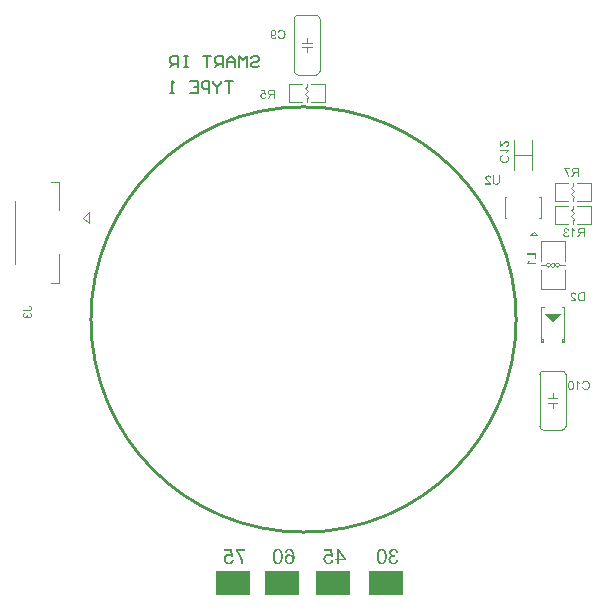
<source format=gbo>
G04*
G04 #@! TF.GenerationSoftware,Altium Limited,Altium Designer,20.0.2 (26)*
G04*
G04 Layer_Color=32896*
%FSLAX44Y44*%
%MOMM*%
G71*
G01*
G75*
%ADD11C,0.2540*%
%ADD66C,0.1250*%
%ADD67C,0.1200*%
%ADD68C,0.1500*%
%ADD69R,2.8874X2.1590*%
G36*
X217940Y4594D02*
X211003Y-2344D01*
X204065Y4594D01*
X217940D01*
D02*
G37*
G36*
X228705Y22943D02*
X228894Y22932D01*
X229072Y22899D01*
X229238Y22866D01*
X229394Y22821D01*
X229538Y22777D01*
X229671Y22721D01*
X229793Y22666D01*
X229904Y22610D01*
X229993Y22555D01*
X230071Y22510D01*
X230137Y22466D01*
X230193Y22433D01*
X230226Y22399D01*
X230248Y22388D01*
X230259Y22377D01*
X230370Y22266D01*
X230470Y22144D01*
X230570Y22011D01*
X230648Y21878D01*
X230781Y21611D01*
X230870Y21345D01*
X230903Y21223D01*
X230936Y21101D01*
X230959Y21001D01*
X230981Y20912D01*
X230992Y20834D01*
Y20779D01*
X231003Y20745D01*
Y20734D01*
X230037Y20635D01*
X230015Y20890D01*
X229971Y21112D01*
X229904Y21312D01*
X229826Y21467D01*
X229760Y21600D01*
X229693Y21689D01*
X229649Y21744D01*
X229627Y21767D01*
X229460Y21900D01*
X229282Y22000D01*
X229094Y22078D01*
X228927Y22122D01*
X228772Y22155D01*
X228639Y22166D01*
X228594Y22177D01*
X228528D01*
X228295Y22166D01*
X228084Y22122D01*
X227906Y22055D01*
X227751Y21989D01*
X227629Y21911D01*
X227551Y21855D01*
X227495Y21811D01*
X227473Y21789D01*
X227340Y21634D01*
X227240Y21478D01*
X227162Y21323D01*
X227118Y21167D01*
X227085Y21045D01*
X227074Y20934D01*
X227063Y20868D01*
Y20856D01*
Y20845D01*
X227085Y20646D01*
X227129Y20435D01*
X227207Y20246D01*
X227285Y20068D01*
X227373Y19924D01*
X227451Y19802D01*
X227473Y19758D01*
X227495Y19724D01*
X227518Y19713D01*
Y19702D01*
X227607Y19580D01*
X227717Y19458D01*
X227840Y19325D01*
X227973Y19191D01*
X228250Y18925D01*
X228528Y18659D01*
X228672Y18537D01*
X228794Y18426D01*
X228916Y18326D01*
X229016Y18237D01*
X229094Y18170D01*
X229160Y18115D01*
X229205Y18082D01*
X229216Y18070D01*
X229493Y17837D01*
X229749Y17615D01*
X229960Y17416D01*
X230126Y17249D01*
X230270Y17105D01*
X230370Y17005D01*
X230426Y16938D01*
X230448Y16927D01*
Y16916D01*
X230603Y16727D01*
X230725Y16550D01*
X230837Y16372D01*
X230925Y16217D01*
X230992Y16084D01*
X231036Y15984D01*
X231059Y15917D01*
X231070Y15906D01*
Y15895D01*
X231114Y15773D01*
X231136Y15662D01*
X231158Y15551D01*
X231169Y15451D01*
X231181Y15362D01*
Y15295D01*
Y15251D01*
Y15240D01*
X226086D01*
Y16150D01*
X229871D01*
X229738Y16339D01*
X229671Y16417D01*
X229615Y16494D01*
X229560Y16561D01*
X229516Y16605D01*
X229482Y16639D01*
X229471Y16650D01*
X229416Y16705D01*
X229349Y16761D01*
X229194Y16905D01*
X229016Y17071D01*
X228827Y17238D01*
X228650Y17382D01*
X228572Y17449D01*
X228506Y17515D01*
X228450Y17560D01*
X228406Y17593D01*
X228384Y17615D01*
X228372Y17627D01*
X228195Y17782D01*
X228017Y17926D01*
X227862Y18070D01*
X227717Y18192D01*
X227584Y18315D01*
X227473Y18426D01*
X227362Y18526D01*
X227274Y18614D01*
X227185Y18703D01*
X227118Y18770D01*
X227063Y18825D01*
X227007Y18881D01*
X226952Y18947D01*
X226929Y18970D01*
X226774Y19158D01*
X226641Y19325D01*
X226530Y19491D01*
X226441Y19624D01*
X226374Y19747D01*
X226330Y19835D01*
X226308Y19891D01*
X226297Y19913D01*
X226230Y20080D01*
X226186Y20246D01*
X226141Y20401D01*
X226119Y20535D01*
X226108Y20657D01*
X226097Y20745D01*
Y20801D01*
Y20823D01*
X226108Y20990D01*
X226130Y21145D01*
X226152Y21300D01*
X226197Y21434D01*
X226308Y21700D01*
X226419Y21911D01*
X226485Y22011D01*
X226541Y22089D01*
X226596Y22166D01*
X226652Y22222D01*
X226696Y22266D01*
X226719Y22311D01*
X226741Y22322D01*
X226752Y22333D01*
X226874Y22444D01*
X227007Y22544D01*
X227151Y22621D01*
X227296Y22688D01*
X227584Y22799D01*
X227873Y22877D01*
X227995Y22899D01*
X228117Y22921D01*
X228228Y22932D01*
X228317Y22943D01*
X228395Y22954D01*
X228506D01*
X228705Y22943D01*
D02*
G37*
G36*
X238407Y15240D02*
X235643D01*
X235387Y15251D01*
X235154Y15262D01*
X234943Y15284D01*
X234766Y15307D01*
X234611Y15329D01*
X234499Y15340D01*
X234466Y15351D01*
X234433Y15362D01*
X234411D01*
X234211Y15418D01*
X234033Y15484D01*
X233878Y15540D01*
X233745Y15606D01*
X233634Y15662D01*
X233556Y15706D01*
X233512Y15740D01*
X233489Y15751D01*
X233345Y15850D01*
X233223Y15973D01*
X233101Y16084D01*
X233001Y16195D01*
X232912Y16294D01*
X232846Y16372D01*
X232801Y16428D01*
X232790Y16450D01*
X232679Y16628D01*
X232568Y16816D01*
X232479Y16994D01*
X232413Y17171D01*
X232346Y17327D01*
X232302Y17449D01*
X232291Y17493D01*
X232279Y17527D01*
X232268Y17549D01*
Y17560D01*
X232202Y17826D01*
X232146Y18093D01*
X232113Y18348D01*
X232080Y18592D01*
X232069Y18803D01*
Y18892D01*
X232057Y18970D01*
Y19025D01*
Y19080D01*
Y19103D01*
Y19114D01*
X232069Y19491D01*
X232102Y19835D01*
X232157Y20146D01*
X232180Y20290D01*
X232213Y20412D01*
X232246Y20535D01*
X232268Y20635D01*
X232291Y20723D01*
X232324Y20801D01*
X232335Y20868D01*
X232357Y20912D01*
X232368Y20934D01*
Y20945D01*
X232490Y21234D01*
X232635Y21489D01*
X232790Y21711D01*
X232934Y21900D01*
X233068Y22055D01*
X233179Y22166D01*
X233223Y22200D01*
X233256Y22233D01*
X233267Y22244D01*
X233279Y22255D01*
X233456Y22399D01*
X233645Y22510D01*
X233834Y22610D01*
X234011Y22688D01*
X234167Y22743D01*
X234289Y22777D01*
X234333Y22799D01*
X234366D01*
X234389Y22810D01*
X234400D01*
X234588Y22843D01*
X234810Y22877D01*
X235032Y22899D01*
X235254Y22910D01*
X235454Y22921D01*
X238407D01*
Y15240D01*
D02*
G37*
G36*
X76850Y-194178D02*
X77350Y-194271D01*
X77776Y-194419D01*
X78147Y-194567D01*
X78313Y-194659D01*
X78443Y-194734D01*
X78573Y-194808D01*
X78665Y-194882D01*
X78739Y-194937D01*
X78795Y-194974D01*
X78832Y-194993D01*
X78850Y-195011D01*
X79202Y-195363D01*
X79480Y-195752D01*
X79702Y-196159D01*
X79887Y-196567D01*
X79998Y-196919D01*
X80054Y-197067D01*
X80091Y-197196D01*
X80109Y-197307D01*
X80128Y-197381D01*
X80146Y-197437D01*
Y-197455D01*
X78573Y-197733D01*
X78498Y-197326D01*
X78387Y-196974D01*
X78258Y-196678D01*
X78128Y-196437D01*
X77998Y-196252D01*
X77887Y-196122D01*
X77813Y-196030D01*
X77795Y-196011D01*
X77554Y-195826D01*
X77295Y-195678D01*
X77054Y-195585D01*
X76813Y-195511D01*
X76591Y-195474D01*
X76424Y-195437D01*
X76276D01*
X75943Y-195456D01*
X75647Y-195530D01*
X75388Y-195622D01*
X75165Y-195715D01*
X74999Y-195826D01*
X74869Y-195919D01*
X74777Y-195993D01*
X74758Y-196011D01*
X74554Y-196233D01*
X74406Y-196474D01*
X74314Y-196715D01*
X74240Y-196937D01*
X74202Y-197141D01*
X74166Y-197289D01*
Y-197400D01*
Y-197418D01*
Y-197437D01*
Y-197641D01*
X74202Y-197826D01*
X74295Y-198141D01*
X74425Y-198418D01*
X74573Y-198659D01*
X74721Y-198826D01*
X74851Y-198955D01*
X74943Y-199029D01*
X74962Y-199048D01*
X74980D01*
X75295Y-199214D01*
X75591Y-199344D01*
X75906Y-199437D01*
X76184Y-199492D01*
X76424Y-199529D01*
X76628Y-199566D01*
X76869D01*
X76943Y-199548D01*
X77036D01*
X77221Y-200937D01*
X76980Y-200881D01*
X76758Y-200844D01*
X76573Y-200807D01*
X76406Y-200788D01*
X76276Y-200770D01*
X76110D01*
X75721Y-200807D01*
X75369Y-200881D01*
X75054Y-200992D01*
X74795Y-201122D01*
X74591Y-201251D01*
X74443Y-201362D01*
X74351Y-201437D01*
X74314Y-201474D01*
X74073Y-201751D01*
X73888Y-202048D01*
X73758Y-202344D01*
X73684Y-202640D01*
X73629Y-202881D01*
X73610Y-203085D01*
X73591Y-203158D01*
Y-203214D01*
Y-203251D01*
Y-203270D01*
X73629Y-203677D01*
X73721Y-204047D01*
X73832Y-204362D01*
X73980Y-204640D01*
X74128Y-204862D01*
X74240Y-205029D01*
X74332Y-205140D01*
X74369Y-205177D01*
X74665Y-205436D01*
X74980Y-205621D01*
X75295Y-205751D01*
X75591Y-205844D01*
X75851Y-205899D01*
X76054Y-205917D01*
X76128Y-205936D01*
X76239D01*
X76573Y-205917D01*
X76887Y-205844D01*
X77165Y-205751D01*
X77387Y-205640D01*
X77573Y-205547D01*
X77721Y-205455D01*
X77795Y-205380D01*
X77832Y-205362D01*
X78054Y-205103D01*
X78239Y-204806D01*
X78406Y-204492D01*
X78535Y-204158D01*
X78628Y-203881D01*
X78665Y-203751D01*
X78684Y-203640D01*
X78702Y-203547D01*
X78721Y-203473D01*
X78739Y-203436D01*
Y-203418D01*
X80313Y-203622D01*
X80276Y-203918D01*
X80220Y-204195D01*
X80054Y-204714D01*
X79850Y-205158D01*
X79739Y-205343D01*
X79628Y-205529D01*
X79517Y-205695D01*
X79406Y-205825D01*
X79313Y-205955D01*
X79220Y-206047D01*
X79165Y-206121D01*
X79109Y-206177D01*
X79072Y-206214D01*
X79054Y-206232D01*
X78832Y-206399D01*
X78609Y-206566D01*
X78387Y-206695D01*
X78147Y-206806D01*
X77684Y-206992D01*
X77239Y-207103D01*
X77036Y-207140D01*
X76850Y-207177D01*
X76684Y-207195D01*
X76536Y-207214D01*
X76424Y-207232D01*
X76258D01*
X75906Y-207214D01*
X75591Y-207177D01*
X75276Y-207121D01*
X74980Y-207047D01*
X74703Y-206954D01*
X74462Y-206862D01*
X74221Y-206751D01*
X74017Y-206640D01*
X73814Y-206547D01*
X73647Y-206436D01*
X73499Y-206343D01*
X73388Y-206251D01*
X73295Y-206177D01*
X73221Y-206121D01*
X73184Y-206084D01*
X73166Y-206066D01*
X72943Y-205844D01*
X72758Y-205603D01*
X72592Y-205362D01*
X72443Y-205121D01*
X72332Y-204899D01*
X72221Y-204658D01*
X72073Y-204214D01*
X72036Y-204010D01*
X71999Y-203825D01*
X71962Y-203659D01*
X71943Y-203510D01*
X71925Y-203399D01*
Y-203307D01*
Y-203251D01*
Y-203233D01*
X71943Y-202788D01*
X72018Y-202381D01*
X72129Y-202029D01*
X72240Y-201733D01*
X72351Y-201492D01*
X72462Y-201307D01*
X72536Y-201196D01*
X72555Y-201159D01*
X72814Y-200881D01*
X73092Y-200640D01*
X73388Y-200455D01*
X73684Y-200307D01*
X73943Y-200196D01*
X74147Y-200122D01*
X74221Y-200103D01*
X74277Y-200085D01*
X74314Y-200066D01*
X74332D01*
X74017Y-199900D01*
X73758Y-199733D01*
X73536Y-199548D01*
X73351Y-199381D01*
X73203Y-199233D01*
X73092Y-199103D01*
X73036Y-199029D01*
X73018Y-198992D01*
X72869Y-198733D01*
X72758Y-198474D01*
X72666Y-198215D01*
X72610Y-197974D01*
X72573Y-197770D01*
X72555Y-197622D01*
Y-197511D01*
Y-197474D01*
X72573Y-197159D01*
X72629Y-196844D01*
X72703Y-196567D01*
X72795Y-196326D01*
X72888Y-196122D01*
X72962Y-195956D01*
X73018Y-195863D01*
X73036Y-195826D01*
X73221Y-195548D01*
X73443Y-195308D01*
X73666Y-195104D01*
X73888Y-194919D01*
X74073Y-194789D01*
X74240Y-194678D01*
X74351Y-194622D01*
X74369Y-194604D01*
X74388D01*
X74721Y-194456D01*
X75054Y-194345D01*
X75388Y-194252D01*
X75684Y-194196D01*
X75925Y-194160D01*
X76128Y-194141D01*
X76591D01*
X76850Y-194178D01*
D02*
G37*
G36*
X66685D02*
X67148Y-194252D01*
X67537Y-194382D01*
X67870Y-194511D01*
X68148Y-194659D01*
X68259Y-194715D01*
X68351Y-194789D01*
X68425Y-194826D01*
X68481Y-194863D01*
X68499Y-194900D01*
X68518D01*
X68851Y-195196D01*
X69129Y-195548D01*
X69370Y-195900D01*
X69555Y-196233D01*
X69703Y-196548D01*
X69777Y-196678D01*
X69814Y-196807D01*
X69851Y-196900D01*
X69888Y-196974D01*
X69907Y-197011D01*
Y-197030D01*
X69981Y-197307D01*
X70055Y-197585D01*
X70166Y-198196D01*
X70258Y-198807D01*
X70314Y-199381D01*
X70333Y-199659D01*
X70351Y-199900D01*
Y-200122D01*
X70370Y-200326D01*
Y-200474D01*
Y-200603D01*
Y-200677D01*
Y-200696D01*
X70351Y-201344D01*
X70314Y-201955D01*
X70258Y-202511D01*
X70166Y-203029D01*
X70073Y-203510D01*
X69962Y-203936D01*
X69851Y-204325D01*
X69740Y-204658D01*
X69629Y-204955D01*
X69499Y-205214D01*
X69407Y-205436D01*
X69314Y-205603D01*
X69222Y-205751D01*
X69166Y-205844D01*
X69129Y-205899D01*
X69110Y-205917D01*
X68907Y-206140D01*
X68685Y-206343D01*
X68444Y-206529D01*
X68203Y-206677D01*
X67962Y-206806D01*
X67722Y-206917D01*
X67481Y-206992D01*
X67259Y-207066D01*
X67037Y-207121D01*
X66833Y-207158D01*
X66648Y-207195D01*
X66500Y-207214D01*
X66370Y-207232D01*
X66185D01*
X65685Y-207195D01*
X65222Y-207121D01*
X64833Y-206992D01*
X64500Y-206862D01*
X64222Y-206732D01*
X64130Y-206658D01*
X64037Y-206603D01*
X63963Y-206566D01*
X63907Y-206529D01*
X63889Y-206492D01*
X63870D01*
X63537Y-206177D01*
X63259Y-205844D01*
X63018Y-205473D01*
X62833Y-205140D01*
X62685Y-204825D01*
X62611Y-204695D01*
X62574Y-204566D01*
X62537Y-204473D01*
X62500Y-204399D01*
X62481Y-204362D01*
Y-204344D01*
X62389Y-204066D01*
X62315Y-203788D01*
X62204Y-203196D01*
X62111Y-202584D01*
X62056Y-201992D01*
X62037Y-201733D01*
X62019Y-201492D01*
Y-201270D01*
X62000Y-201066D01*
Y-200918D01*
Y-200788D01*
Y-200714D01*
Y-200696D01*
Y-200344D01*
X62019Y-200011D01*
Y-199715D01*
X62037Y-199418D01*
X62074Y-199159D01*
X62093Y-198900D01*
X62111Y-198678D01*
X62148Y-198474D01*
X62167Y-198289D01*
X62204Y-198122D01*
X62222Y-197992D01*
X62241Y-197881D01*
X62259Y-197789D01*
X62278Y-197733D01*
X62296Y-197696D01*
Y-197678D01*
X62407Y-197270D01*
X62537Y-196900D01*
X62685Y-196585D01*
X62796Y-196307D01*
X62926Y-196067D01*
X63000Y-195900D01*
X63074Y-195807D01*
X63093Y-195770D01*
X63296Y-195493D01*
X63500Y-195252D01*
X63722Y-195048D01*
X63926Y-194863D01*
X64111Y-194734D01*
X64259Y-194641D01*
X64352Y-194585D01*
X64370Y-194567D01*
X64389D01*
X64685Y-194419D01*
X65000Y-194326D01*
X65296Y-194252D01*
X65574Y-194196D01*
X65814Y-194160D01*
X66018Y-194141D01*
X66185D01*
X66685Y-194178D01*
D02*
G37*
G36*
X25086Y-200955D02*
X23605Y-201159D01*
X23475Y-200955D01*
X23309Y-200788D01*
X23161Y-200622D01*
X23012Y-200492D01*
X22864Y-200400D01*
X22753Y-200307D01*
X22679Y-200270D01*
X22661Y-200251D01*
X22420Y-200140D01*
X22179Y-200048D01*
X21957Y-199992D01*
X21735Y-199937D01*
X21550Y-199918D01*
X21402Y-199900D01*
X21050D01*
X20828Y-199937D01*
X20439Y-200029D01*
X20105Y-200159D01*
X19809Y-200289D01*
X19587Y-200437D01*
X19420Y-200566D01*
X19328Y-200659D01*
X19291Y-200677D01*
Y-200696D01*
X19031Y-201011D01*
X18846Y-201344D01*
X18717Y-201696D01*
X18624Y-202048D01*
X18569Y-202344D01*
X18550Y-202473D01*
Y-202584D01*
X18532Y-202677D01*
Y-202751D01*
Y-202788D01*
Y-202807D01*
Y-203066D01*
X18569Y-203307D01*
X18661Y-203770D01*
X18791Y-204158D01*
X18920Y-204473D01*
X19068Y-204732D01*
X19198Y-204936D01*
X19254Y-204992D01*
X19291Y-205047D01*
X19309Y-205066D01*
X19328Y-205084D01*
X19476Y-205232D01*
X19624Y-205362D01*
X19957Y-205584D01*
X20272Y-205732D01*
X20587Y-205825D01*
X20846Y-205899D01*
X21068Y-205917D01*
X21142Y-205936D01*
X21253D01*
X21605Y-205917D01*
X21920Y-205844D01*
X22198Y-205751D01*
X22420Y-205640D01*
X22624Y-205529D01*
X22772Y-205436D01*
X22846Y-205362D01*
X22883Y-205343D01*
X23105Y-205084D01*
X23290Y-204806D01*
X23438Y-204492D01*
X23549Y-204214D01*
X23623Y-203936D01*
X23679Y-203733D01*
X23698Y-203640D01*
X23716Y-203584D01*
Y-203547D01*
Y-203529D01*
X25364Y-203659D01*
X25327Y-203955D01*
X25271Y-204233D01*
X25105Y-204751D01*
X24901Y-205195D01*
X24790Y-205399D01*
X24679Y-205566D01*
X24586Y-205732D01*
X24475Y-205881D01*
X24383Y-205992D01*
X24290Y-206084D01*
X24216Y-206158D01*
X24179Y-206232D01*
X24142Y-206251D01*
X24123Y-206269D01*
X23901Y-206436D01*
X23679Y-206584D01*
X23438Y-206714D01*
X23198Y-206825D01*
X22735Y-206992D01*
X22272Y-207103D01*
X22068Y-207158D01*
X21865Y-207177D01*
X21698Y-207195D01*
X21550Y-207214D01*
X21420Y-207232D01*
X21253D01*
X20865Y-207214D01*
X20494Y-207158D01*
X20142Y-207084D01*
X19828Y-206992D01*
X19531Y-206862D01*
X19254Y-206732D01*
X18994Y-206603D01*
X18772Y-206455D01*
X18569Y-206306D01*
X18383Y-206177D01*
X18235Y-206029D01*
X18106Y-205917D01*
X18013Y-205825D01*
X17939Y-205751D01*
X17902Y-205695D01*
X17883Y-205677D01*
X17698Y-205436D01*
X17550Y-205177D01*
X17402Y-204936D01*
X17291Y-204677D01*
X17106Y-204177D01*
X16995Y-203696D01*
X16958Y-203492D01*
X16920Y-203288D01*
X16902Y-203121D01*
X16883Y-202973D01*
X16865Y-202844D01*
Y-202751D01*
Y-202696D01*
Y-202677D01*
X16883Y-202344D01*
X16920Y-202029D01*
X16976Y-201714D01*
X17050Y-201437D01*
X17143Y-201177D01*
X17235Y-200918D01*
X17346Y-200696D01*
X17439Y-200492D01*
X17550Y-200307D01*
X17661Y-200140D01*
X17754Y-200011D01*
X17846Y-199881D01*
X17920Y-199788D01*
X17976Y-199733D01*
X18013Y-199696D01*
X18032Y-199677D01*
X18254Y-199474D01*
X18476Y-199289D01*
X18717Y-199140D01*
X18957Y-199011D01*
X19198Y-198881D01*
X19439Y-198789D01*
X19883Y-198659D01*
X20087Y-198603D01*
X20272Y-198566D01*
X20439Y-198548D01*
X20587Y-198529D01*
X20698Y-198511D01*
X21105D01*
X21328Y-198548D01*
X21772Y-198640D01*
X22179Y-198770D01*
X22550Y-198918D01*
X22846Y-199066D01*
X22975Y-199140D01*
X23087Y-199196D01*
X23179Y-199251D01*
X23235Y-199289D01*
X23272Y-199307D01*
X23290Y-199326D01*
X22605Y-195863D01*
X17476D01*
Y-194363D01*
X23846D01*
X25086Y-200955D01*
D02*
G37*
G36*
X35863Y-202492D02*
Y-203936D01*
X30289D01*
Y-207010D01*
X28716D01*
Y-203936D01*
X26975D01*
Y-202492D01*
X28716D01*
Y-194196D01*
X29993D01*
X35863Y-202492D01*
D02*
G37*
G36*
X-11802Y-194160D02*
X-11450Y-194196D01*
X-11117Y-194271D01*
X-10802Y-194363D01*
X-10524Y-194493D01*
X-10246Y-194604D01*
X-10006Y-194752D01*
X-9784Y-194882D01*
X-9599Y-195011D01*
X-9413Y-195159D01*
X-9265Y-195271D01*
X-9154Y-195382D01*
X-9061Y-195493D01*
X-8987Y-195567D01*
X-8950Y-195604D01*
X-8932Y-195622D01*
X-8691Y-195956D01*
X-8487Y-196344D01*
X-8302Y-196752D01*
X-8136Y-197178D01*
X-8006Y-197622D01*
X-7895Y-198067D01*
X-7802Y-198529D01*
X-7728Y-198955D01*
X-7673Y-199381D01*
X-7636Y-199770D01*
X-7599Y-200122D01*
X-7580Y-200418D01*
Y-200677D01*
X-7562Y-200863D01*
Y-200937D01*
Y-200992D01*
Y-201011D01*
Y-201029D01*
X-7580Y-201622D01*
X-7617Y-202177D01*
X-7673Y-202696D01*
X-7765Y-203177D01*
X-7858Y-203603D01*
X-7951Y-203992D01*
X-8062Y-204344D01*
X-8191Y-204658D01*
X-8302Y-204918D01*
X-8413Y-205158D01*
X-8506Y-205343D01*
X-8617Y-205510D01*
X-8691Y-205640D01*
X-8747Y-205714D01*
X-8784Y-205769D01*
X-8802Y-205788D01*
X-9043Y-206047D01*
X-9302Y-206269D01*
X-9561Y-206455D01*
X-9821Y-206621D01*
X-10098Y-206769D01*
X-10358Y-206880D01*
X-10617Y-206973D01*
X-10876Y-207047D01*
X-11098Y-207103D01*
X-11321Y-207158D01*
X-11506Y-207195D01*
X-11672Y-207214D01*
X-11820D01*
X-11913Y-207232D01*
X-12006D01*
X-12431Y-207214D01*
X-12820Y-207140D01*
X-13172Y-207066D01*
X-13487Y-206954D01*
X-13728Y-206862D01*
X-13913Y-206769D01*
X-13987Y-206751D01*
X-14042Y-206714D01*
X-14061Y-206695D01*
X-14080D01*
X-14394Y-206473D01*
X-14691Y-206214D01*
X-14931Y-205955D01*
X-15135Y-205695D01*
X-15302Y-205455D01*
X-15413Y-205269D01*
X-15450Y-205195D01*
X-15487Y-205140D01*
X-15505Y-205121D01*
Y-205103D01*
X-15690Y-204714D01*
X-15820Y-204307D01*
X-15913Y-203936D01*
X-15968Y-203584D01*
X-16024Y-203288D01*
Y-203177D01*
X-16042Y-203066D01*
Y-202973D01*
Y-202918D01*
Y-202881D01*
Y-202862D01*
X-16024Y-202529D01*
X-15987Y-202214D01*
X-15931Y-201899D01*
X-15876Y-201622D01*
X-15783Y-201362D01*
X-15690Y-201103D01*
X-15598Y-200881D01*
X-15487Y-200677D01*
X-15376Y-200492D01*
X-15283Y-200326D01*
X-15191Y-200196D01*
X-15098Y-200066D01*
X-15042Y-199974D01*
X-14987Y-199918D01*
X-14950Y-199881D01*
X-14931Y-199863D01*
X-14728Y-199659D01*
X-14505Y-199474D01*
X-14265Y-199326D01*
X-14042Y-199196D01*
X-13820Y-199066D01*
X-13598Y-198974D01*
X-13172Y-198844D01*
X-12987Y-198789D01*
X-12802Y-198752D01*
X-12654Y-198733D01*
X-12506Y-198715D01*
X-12394Y-198696D01*
X-12246D01*
X-11913Y-198715D01*
X-11598Y-198770D01*
X-11302Y-198826D01*
X-11043Y-198900D01*
X-10821Y-198992D01*
X-10654Y-199048D01*
X-10543Y-199103D01*
X-10524Y-199122D01*
X-10506D01*
X-10209Y-199307D01*
X-9950Y-199511D01*
X-9710Y-199715D01*
X-9524Y-199937D01*
X-9358Y-200122D01*
X-9228Y-200270D01*
X-9154Y-200381D01*
X-9136Y-200400D01*
Y-200066D01*
X-9154Y-199733D01*
X-9173Y-199437D01*
X-9210Y-199140D01*
X-9228Y-198881D01*
X-9265Y-198640D01*
X-9302Y-198418D01*
X-9358Y-198215D01*
X-9395Y-198029D01*
X-9432Y-197881D01*
X-9469Y-197752D01*
X-9487Y-197641D01*
X-9524Y-197567D01*
X-9543Y-197511D01*
X-9561Y-197474D01*
Y-197455D01*
X-9747Y-197085D01*
X-9932Y-196752D01*
X-10135Y-196493D01*
X-10321Y-196270D01*
X-10487Y-196085D01*
X-10617Y-195956D01*
X-10710Y-195882D01*
X-10747Y-195863D01*
X-10969Y-195715D01*
X-11191Y-195622D01*
X-11413Y-195548D01*
X-11635Y-195493D01*
X-11802Y-195456D01*
X-11950Y-195437D01*
X-12080D01*
X-12413Y-195474D01*
X-12728Y-195548D01*
X-12987Y-195659D01*
X-13228Y-195770D01*
X-13413Y-195900D01*
X-13542Y-196011D01*
X-13617Y-196085D01*
X-13654Y-196122D01*
X-13783Y-196289D01*
X-13913Y-196493D01*
X-14024Y-196715D01*
X-14098Y-196937D01*
X-14172Y-197141D01*
X-14228Y-197307D01*
X-14246Y-197418D01*
X-14265Y-197437D01*
Y-197455D01*
X-15839Y-197326D01*
X-15727Y-196807D01*
X-15561Y-196344D01*
X-15376Y-195937D01*
X-15172Y-195604D01*
X-14968Y-195345D01*
X-14894Y-195233D01*
X-14802Y-195141D01*
X-14746Y-195085D01*
X-14691Y-195030D01*
X-14672Y-195011D01*
X-14654Y-194993D01*
X-14468Y-194845D01*
X-14265Y-194715D01*
X-13857Y-194493D01*
X-13450Y-194345D01*
X-13061Y-194252D01*
X-12709Y-194178D01*
X-12561Y-194160D01*
X-12431D01*
X-12320Y-194141D01*
X-12172D01*
X-11802Y-194160D01*
D02*
G37*
G36*
X-21282Y-194178D02*
X-20819Y-194252D01*
X-20431Y-194382D01*
X-20097Y-194511D01*
X-19820Y-194659D01*
X-19708Y-194715D01*
X-19616Y-194789D01*
X-19542Y-194826D01*
X-19486Y-194863D01*
X-19468Y-194900D01*
X-19449D01*
X-19116Y-195196D01*
X-18838Y-195548D01*
X-18598Y-195900D01*
X-18412Y-196233D01*
X-18264Y-196548D01*
X-18190Y-196678D01*
X-18153Y-196807D01*
X-18116Y-196900D01*
X-18079Y-196974D01*
X-18060Y-197011D01*
Y-197030D01*
X-17987Y-197307D01*
X-17912Y-197585D01*
X-17801Y-198196D01*
X-17709Y-198807D01*
X-17653Y-199381D01*
X-17635Y-199659D01*
X-17616Y-199900D01*
Y-200122D01*
X-17598Y-200326D01*
Y-200474D01*
Y-200603D01*
Y-200677D01*
Y-200696D01*
X-17616Y-201344D01*
X-17653Y-201955D01*
X-17709Y-202511D01*
X-17801Y-203029D01*
X-17894Y-203510D01*
X-18005Y-203936D01*
X-18116Y-204325D01*
X-18227Y-204658D01*
X-18338Y-204955D01*
X-18468Y-205214D01*
X-18561Y-205436D01*
X-18653Y-205603D01*
X-18746Y-205751D01*
X-18801Y-205844D01*
X-18838Y-205899D01*
X-18857Y-205917D01*
X-19060Y-206140D01*
X-19283Y-206343D01*
X-19523Y-206529D01*
X-19764Y-206677D01*
X-20005Y-206806D01*
X-20245Y-206917D01*
X-20486Y-206992D01*
X-20708Y-207066D01*
X-20931Y-207121D01*
X-21134Y-207158D01*
X-21319Y-207195D01*
X-21468Y-207214D01*
X-21597Y-207232D01*
X-21782D01*
X-22282Y-207195D01*
X-22745Y-207121D01*
X-23134Y-206992D01*
X-23467Y-206862D01*
X-23745Y-206732D01*
X-23838Y-206658D01*
X-23930Y-206603D01*
X-24004Y-206566D01*
X-24060Y-206529D01*
X-24078Y-206492D01*
X-24097D01*
X-24430Y-206177D01*
X-24708Y-205844D01*
X-24949Y-205473D01*
X-25134Y-205140D01*
X-25282Y-204825D01*
X-25356Y-204695D01*
X-25393Y-204566D01*
X-25430Y-204473D01*
X-25467Y-204399D01*
X-25486Y-204362D01*
Y-204344D01*
X-25578Y-204066D01*
X-25652Y-203788D01*
X-25763Y-203196D01*
X-25856Y-202584D01*
X-25912Y-201992D01*
X-25930Y-201733D01*
X-25949Y-201492D01*
Y-201270D01*
X-25967Y-201066D01*
Y-200918D01*
Y-200788D01*
Y-200714D01*
Y-200696D01*
Y-200344D01*
X-25949Y-200011D01*
Y-199715D01*
X-25930Y-199418D01*
X-25893Y-199159D01*
X-25875Y-198900D01*
X-25856Y-198678D01*
X-25819Y-198474D01*
X-25800Y-198289D01*
X-25763Y-198122D01*
X-25745Y-197992D01*
X-25726Y-197881D01*
X-25708Y-197789D01*
X-25689Y-197733D01*
X-25671Y-197696D01*
Y-197678D01*
X-25560Y-197270D01*
X-25430Y-196900D01*
X-25282Y-196585D01*
X-25171Y-196307D01*
X-25041Y-196067D01*
X-24967Y-195900D01*
X-24893Y-195807D01*
X-24875Y-195770D01*
X-24671Y-195493D01*
X-24467Y-195252D01*
X-24245Y-195048D01*
X-24041Y-194863D01*
X-23856Y-194734D01*
X-23708Y-194641D01*
X-23616Y-194585D01*
X-23597Y-194567D01*
X-23579D01*
X-23282Y-194419D01*
X-22967Y-194326D01*
X-22671Y-194252D01*
X-22393Y-194196D01*
X-22153Y-194160D01*
X-21949Y-194141D01*
X-21782D01*
X-21282Y-194178D01*
D02*
G37*
G36*
X-59356Y-200955D02*
X-60837Y-201159D01*
X-60967Y-200955D01*
X-61133Y-200788D01*
X-61281Y-200622D01*
X-61429Y-200492D01*
X-61578Y-200400D01*
X-61689Y-200307D01*
X-61763Y-200270D01*
X-61781Y-200251D01*
X-62022Y-200140D01*
X-62263Y-200048D01*
X-62485Y-199992D01*
X-62707Y-199937D01*
X-62892Y-199918D01*
X-63040Y-199900D01*
X-63392D01*
X-63614Y-199937D01*
X-64003Y-200029D01*
X-64337Y-200159D01*
X-64633Y-200289D01*
X-64855Y-200437D01*
X-65022Y-200566D01*
X-65114Y-200659D01*
X-65151Y-200677D01*
Y-200696D01*
X-65410Y-201011D01*
X-65596Y-201344D01*
X-65725Y-201696D01*
X-65818Y-202048D01*
X-65873Y-202344D01*
X-65892Y-202473D01*
Y-202584D01*
X-65910Y-202677D01*
Y-202751D01*
Y-202788D01*
Y-202807D01*
Y-203066D01*
X-65873Y-203307D01*
X-65781Y-203770D01*
X-65651Y-204158D01*
X-65522Y-204473D01*
X-65374Y-204732D01*
X-65244Y-204936D01*
X-65188Y-204992D01*
X-65151Y-205047D01*
X-65133Y-205066D01*
X-65114Y-205084D01*
X-64966Y-205232D01*
X-64818Y-205362D01*
X-64485Y-205584D01*
X-64170Y-205732D01*
X-63855Y-205825D01*
X-63596Y-205899D01*
X-63374Y-205917D01*
X-63300Y-205936D01*
X-63189D01*
X-62837Y-205917D01*
X-62522Y-205844D01*
X-62244Y-205751D01*
X-62022Y-205640D01*
X-61818Y-205529D01*
X-61670Y-205436D01*
X-61596Y-205362D01*
X-61559Y-205343D01*
X-61337Y-205084D01*
X-61152Y-204806D01*
X-61003Y-204492D01*
X-60892Y-204214D01*
X-60818Y-203936D01*
X-60763Y-203733D01*
X-60744Y-203640D01*
X-60726Y-203584D01*
Y-203547D01*
Y-203529D01*
X-59078Y-203659D01*
X-59115Y-203955D01*
X-59170Y-204233D01*
X-59337Y-204751D01*
X-59541Y-205195D01*
X-59652Y-205399D01*
X-59763Y-205566D01*
X-59855Y-205732D01*
X-59967Y-205881D01*
X-60059Y-205992D01*
X-60152Y-206084D01*
X-60226Y-206158D01*
X-60263Y-206232D01*
X-60300Y-206251D01*
X-60318Y-206269D01*
X-60541Y-206436D01*
X-60763Y-206584D01*
X-61003Y-206714D01*
X-61244Y-206825D01*
X-61707Y-206992D01*
X-62170Y-207103D01*
X-62374Y-207158D01*
X-62577Y-207177D01*
X-62744Y-207195D01*
X-62892Y-207214D01*
X-63022Y-207232D01*
X-63189D01*
X-63577Y-207214D01*
X-63948Y-207158D01*
X-64300Y-207084D01*
X-64614Y-206992D01*
X-64910Y-206862D01*
X-65188Y-206732D01*
X-65448Y-206603D01*
X-65670Y-206455D01*
X-65873Y-206306D01*
X-66059Y-206177D01*
X-66207Y-206029D01*
X-66336Y-205917D01*
X-66429Y-205825D01*
X-66503Y-205751D01*
X-66540Y-205695D01*
X-66558Y-205677D01*
X-66744Y-205436D01*
X-66892Y-205177D01*
X-67040Y-204936D01*
X-67151Y-204677D01*
X-67336Y-204177D01*
X-67447Y-203696D01*
X-67484Y-203492D01*
X-67521Y-203288D01*
X-67540Y-203121D01*
X-67558Y-202973D01*
X-67577Y-202844D01*
Y-202751D01*
Y-202696D01*
Y-202677D01*
X-67558Y-202344D01*
X-67521Y-202029D01*
X-67466Y-201714D01*
X-67392Y-201437D01*
X-67299Y-201177D01*
X-67207Y-200918D01*
X-67095Y-200696D01*
X-67003Y-200492D01*
X-66892Y-200307D01*
X-66781Y-200140D01*
X-66688Y-200011D01*
X-66596Y-199881D01*
X-66522Y-199788D01*
X-66466Y-199733D01*
X-66429Y-199696D01*
X-66410Y-199677D01*
X-66188Y-199474D01*
X-65966Y-199289D01*
X-65725Y-199140D01*
X-65485Y-199011D01*
X-65244Y-198881D01*
X-65003Y-198789D01*
X-64559Y-198659D01*
X-64355Y-198603D01*
X-64170Y-198566D01*
X-64003Y-198548D01*
X-63855Y-198529D01*
X-63744Y-198511D01*
X-63337D01*
X-63114Y-198548D01*
X-62670Y-198640D01*
X-62263Y-198770D01*
X-61892Y-198918D01*
X-61596Y-199066D01*
X-61466Y-199140D01*
X-61355Y-199196D01*
X-61263Y-199251D01*
X-61207Y-199289D01*
X-61170Y-199307D01*
X-61152Y-199326D01*
X-61837Y-195863D01*
X-66966D01*
Y-194363D01*
X-60596D01*
X-59356Y-200955D01*
D02*
G37*
G36*
X-49227Y-195882D02*
X-55504D01*
X-55060Y-196418D01*
X-54634Y-196992D01*
X-54264Y-197548D01*
X-53912Y-198085D01*
X-53763Y-198326D01*
X-53634Y-198548D01*
X-53504Y-198752D01*
X-53412Y-198918D01*
X-53338Y-199066D01*
X-53282Y-199159D01*
X-53245Y-199233D01*
X-53227Y-199251D01*
X-52856Y-199992D01*
X-52523Y-200733D01*
X-52245Y-201437D01*
X-52134Y-201751D01*
X-52023Y-202066D01*
X-51912Y-202344D01*
X-51838Y-202603D01*
X-51764Y-202825D01*
X-51708Y-203010D01*
X-51653Y-203177D01*
X-51616Y-203288D01*
X-51597Y-203362D01*
Y-203381D01*
X-51412Y-204140D01*
X-51338Y-204510D01*
X-51282Y-204844D01*
X-51227Y-205158D01*
X-51171Y-205473D01*
X-51134Y-205732D01*
X-51097Y-205992D01*
X-51079Y-206214D01*
X-51060Y-206418D01*
X-51042Y-206603D01*
Y-206751D01*
X-51023Y-206862D01*
Y-206936D01*
Y-206992D01*
Y-207010D01*
X-52634D01*
X-52690Y-206306D01*
X-52782Y-205658D01*
X-52875Y-205066D01*
X-52930Y-204788D01*
X-52986Y-204529D01*
X-53023Y-204307D01*
X-53078Y-204103D01*
X-53116Y-203918D01*
X-53152Y-203770D01*
X-53190Y-203659D01*
X-53208Y-203566D01*
X-53227Y-203510D01*
Y-203492D01*
X-53504Y-202640D01*
X-53801Y-201844D01*
X-53949Y-201455D01*
X-54097Y-201085D01*
X-54264Y-200751D01*
X-54412Y-200418D01*
X-54541Y-200122D01*
X-54671Y-199863D01*
X-54782Y-199640D01*
X-54875Y-199437D01*
X-54967Y-199270D01*
X-55023Y-199159D01*
X-55060Y-199085D01*
X-55078Y-199066D01*
X-55300Y-198678D01*
X-55523Y-198289D01*
X-55745Y-197937D01*
X-55967Y-197604D01*
X-56171Y-197307D01*
X-56374Y-197011D01*
X-56578Y-196752D01*
X-56745Y-196530D01*
X-56911Y-196307D01*
X-57059Y-196122D01*
X-57208Y-195974D01*
X-57319Y-195844D01*
X-57393Y-195733D01*
X-57467Y-195659D01*
X-57504Y-195622D01*
X-57522Y-195604D01*
Y-194363D01*
X-49227D01*
Y-195882D01*
D02*
G37*
G36*
X196506Y51124D02*
X195596D01*
Y54909D01*
X188825D01*
Y55930D01*
X196506D01*
Y51124D01*
D02*
G37*
G36*
X191567Y49415D02*
X191489Y49248D01*
X191411Y49082D01*
X191334Y48926D01*
X191267Y48793D01*
X191211Y48682D01*
X191167Y48615D01*
X191156Y48604D01*
Y48593D01*
X191034Y48394D01*
X190912Y48216D01*
X190801Y48060D01*
X190701Y47938D01*
X190623Y47827D01*
X190557Y47761D01*
X190512Y47705D01*
X190501Y47694D01*
X196506D01*
Y46751D01*
X188792D01*
Y47361D01*
X188980Y47472D01*
X189158Y47594D01*
X189336Y47739D01*
X189491Y47872D01*
X189624Y48005D01*
X189735Y48105D01*
X189769Y48149D01*
X189802Y48183D01*
X189813Y48194D01*
X189824Y48205D01*
X190013Y48438D01*
X190190Y48671D01*
X190346Y48893D01*
X190468Y49115D01*
X190579Y49304D01*
X190623Y49381D01*
X190657Y49448D01*
X190690Y49503D01*
X190701Y49548D01*
X190723Y49570D01*
Y49581D01*
X191633D01*
X191567Y49415D01*
D02*
G37*
G36*
X156608Y121955D02*
X156797Y121944D01*
X156974Y121911D01*
X157141Y121877D01*
X157296Y121833D01*
X157441Y121789D01*
X157574Y121733D01*
X157696Y121678D01*
X157807Y121622D01*
X157896Y121567D01*
X157973Y121522D01*
X158040Y121478D01*
X158096Y121445D01*
X158129Y121411D01*
X158151Y121400D01*
X158162Y121389D01*
X158273Y121278D01*
X158373Y121156D01*
X158473Y121023D01*
X158551Y120890D01*
X158684Y120623D01*
X158773Y120357D01*
X158806Y120235D01*
X158839Y120113D01*
X158862Y120013D01*
X158884Y119924D01*
X158895Y119846D01*
Y119791D01*
X158906Y119757D01*
Y119746D01*
X157940Y119646D01*
X157918Y119902D01*
X157874Y120124D01*
X157807Y120323D01*
X157729Y120479D01*
X157663Y120612D01*
X157596Y120701D01*
X157552Y120756D01*
X157529Y120779D01*
X157363Y120912D01*
X157185Y121012D01*
X156997Y121089D01*
X156830Y121134D01*
X156675Y121167D01*
X156542Y121178D01*
X156497Y121189D01*
X156431D01*
X156198Y121178D01*
X155987Y121134D01*
X155809Y121067D01*
X155654Y121001D01*
X155532Y120923D01*
X155454Y120867D01*
X155398Y120823D01*
X155376Y120801D01*
X155243Y120645D01*
X155143Y120490D01*
X155065Y120335D01*
X155021Y120179D01*
X154988Y120057D01*
X154977Y119946D01*
X154965Y119880D01*
Y119868D01*
Y119857D01*
X154988Y119657D01*
X155032Y119447D01*
X155110Y119258D01*
X155187Y119080D01*
X155276Y118936D01*
X155354Y118814D01*
X155376Y118770D01*
X155398Y118736D01*
X155421Y118725D01*
Y118714D01*
X155509Y118592D01*
X155620Y118470D01*
X155742Y118337D01*
X155876Y118203D01*
X156153Y117937D01*
X156431Y117671D01*
X156575Y117549D01*
X156697Y117438D01*
X156819Y117338D01*
X156919Y117249D01*
X156997Y117182D01*
X157063Y117127D01*
X157108Y117093D01*
X157119Y117082D01*
X157396Y116849D01*
X157652Y116627D01*
X157863Y116427D01*
X158029Y116261D01*
X158173Y116117D01*
X158273Y116017D01*
X158329Y115950D01*
X158351Y115939D01*
Y115928D01*
X158506Y115739D01*
X158628Y115562D01*
X158739Y115384D01*
X158828Y115229D01*
X158895Y115096D01*
X158939Y114996D01*
X158961Y114929D01*
X158973Y114918D01*
Y114907D01*
X159017Y114785D01*
X159039Y114674D01*
X159061Y114563D01*
X159072Y114463D01*
X159083Y114374D01*
Y114307D01*
Y114263D01*
Y114252D01*
X153989D01*
Y115162D01*
X157774D01*
X157640Y115351D01*
X157574Y115428D01*
X157518Y115506D01*
X157463Y115573D01*
X157418Y115617D01*
X157385Y115651D01*
X157374Y115662D01*
X157319Y115717D01*
X157252Y115773D01*
X157097Y115917D01*
X156919Y116083D01*
X156730Y116250D01*
X156553Y116394D01*
X156475Y116461D01*
X156408Y116527D01*
X156353Y116572D01*
X156308Y116605D01*
X156286Y116627D01*
X156275Y116638D01*
X156098Y116794D01*
X155920Y116938D01*
X155765Y117082D01*
X155620Y117205D01*
X155487Y117327D01*
X155376Y117438D01*
X155265Y117537D01*
X155176Y117626D01*
X155087Y117715D01*
X155021Y117782D01*
X154965Y117837D01*
X154910Y117893D01*
X154854Y117959D01*
X154832Y117982D01*
X154677Y118170D01*
X154544Y118337D01*
X154433Y118503D01*
X154344Y118636D01*
X154277Y118758D01*
X154233Y118847D01*
X154211Y118903D01*
X154199Y118925D01*
X154133Y119092D01*
X154088Y119258D01*
X154044Y119413D01*
X154022Y119546D01*
X154011Y119669D01*
X154000Y119757D01*
Y119813D01*
Y119835D01*
X154011Y120002D01*
X154033Y120157D01*
X154055Y120312D01*
X154100Y120446D01*
X154211Y120712D01*
X154322Y120923D01*
X154388Y121023D01*
X154444Y121101D01*
X154499Y121178D01*
X154555Y121234D01*
X154599Y121278D01*
X154621Y121322D01*
X154643Y121334D01*
X154655Y121345D01*
X154777Y121456D01*
X154910Y121556D01*
X155054Y121633D01*
X155198Y121700D01*
X155487Y121811D01*
X155776Y121889D01*
X155898Y121911D01*
X156020Y121933D01*
X156131Y121944D01*
X156220Y121955D01*
X156297Y121966D01*
X156408D01*
X156608Y121955D01*
D02*
G37*
G36*
X166298Y117493D02*
Y117271D01*
X166287Y117060D01*
X166276Y116860D01*
X166254Y116672D01*
X166232Y116505D01*
X166210Y116350D01*
X166176Y116206D01*
X166154Y116072D01*
X166132Y115950D01*
X166098Y115850D01*
X166076Y115761D01*
X166054Y115695D01*
X166032Y115639D01*
X166021Y115595D01*
X166010Y115573D01*
Y115562D01*
X165888Y115317D01*
X165732Y115096D01*
X165577Y114918D01*
X165410Y114762D01*
X165266Y114640D01*
X165144Y114552D01*
X165100Y114529D01*
X165066Y114507D01*
X165044Y114485D01*
X165033D01*
X164755Y114363D01*
X164467Y114274D01*
X164167Y114207D01*
X163890Y114163D01*
X163768Y114152D01*
X163645Y114141D01*
X163535Y114130D01*
X163446D01*
X163368Y114119D01*
X163268D01*
X162868Y114141D01*
X162691Y114163D01*
X162524Y114185D01*
X162358Y114219D01*
X162214Y114252D01*
X162080Y114285D01*
X161958Y114330D01*
X161847Y114374D01*
X161758Y114407D01*
X161670Y114441D01*
X161603Y114474D01*
X161548Y114507D01*
X161514Y114518D01*
X161492Y114541D01*
X161481D01*
X161237Y114707D01*
X161037Y114896D01*
X160882Y115073D01*
X160748Y115251D01*
X160648Y115406D01*
X160582Y115528D01*
X160560Y115573D01*
X160537Y115606D01*
X160526Y115628D01*
Y115639D01*
X160482Y115773D01*
X160438Y115917D01*
X160371Y116217D01*
X160327Y116527D01*
X160293Y116827D01*
X160282Y116960D01*
X160271Y117093D01*
Y117205D01*
X160260Y117304D01*
Y117382D01*
Y117438D01*
Y117482D01*
Y117493D01*
Y121933D01*
X161281D01*
Y117493D01*
Y117238D01*
X161303Y116994D01*
X161326Y116783D01*
X161359Y116583D01*
X161392Y116405D01*
X161437Y116239D01*
X161470Y116095D01*
X161514Y115972D01*
X161559Y115872D01*
X161603Y115773D01*
X161647Y115706D01*
X161681Y115639D01*
X161714Y115595D01*
X161736Y115562D01*
X161747Y115551D01*
X161758Y115540D01*
X161858Y115451D01*
X161969Y115373D01*
X162214Y115251D01*
X162469Y115162D01*
X162735Y115107D01*
X162980Y115062D01*
X163079Y115051D01*
X163179D01*
X163246Y115040D01*
X163357D01*
X163590Y115051D01*
X163801Y115084D01*
X164001Y115118D01*
X164156Y115173D01*
X164289Y115218D01*
X164389Y115251D01*
X164445Y115284D01*
X164467Y115295D01*
X164622Y115395D01*
X164755Y115517D01*
X164866Y115639D01*
X164944Y115750D01*
X165011Y115861D01*
X165066Y115939D01*
X165088Y115995D01*
X165100Y116017D01*
X165133Y116117D01*
X165155Y116217D01*
X165199Y116450D01*
X165233Y116694D01*
X165255Y116938D01*
X165266Y117149D01*
Y117249D01*
X165277Y117327D01*
Y117393D01*
Y117449D01*
Y117482D01*
Y117493D01*
Y121933D01*
X166298D01*
Y117493D01*
D02*
G37*
G36*
X222838Y77233D02*
X223137Y77178D01*
X223393Y77089D01*
X223615Y77000D01*
X223714Y76944D01*
X223792Y76900D01*
X223870Y76856D01*
X223925Y76811D01*
X223970Y76778D01*
X224003Y76756D01*
X224025Y76745D01*
X224036Y76734D01*
X224247Y76523D01*
X224414Y76290D01*
X224547Y76045D01*
X224658Y75801D01*
X224725Y75590D01*
X224758Y75501D01*
X224780Y75424D01*
X224791Y75357D01*
X224802Y75313D01*
X224813Y75279D01*
Y75268D01*
X223870Y75102D01*
X223825Y75346D01*
X223759Y75557D01*
X223681Y75735D01*
X223603Y75879D01*
X223526Y75990D01*
X223459Y76068D01*
X223415Y76123D01*
X223404Y76134D01*
X223259Y76245D01*
X223104Y76334D01*
X222960Y76389D01*
X222815Y76434D01*
X222682Y76456D01*
X222582Y76478D01*
X222493D01*
X222294Y76467D01*
X222116Y76423D01*
X221961Y76367D01*
X221828Y76312D01*
X221728Y76245D01*
X221650Y76190D01*
X221594Y76145D01*
X221583Y76134D01*
X221461Y76001D01*
X221372Y75857D01*
X221317Y75712D01*
X221273Y75579D01*
X221250Y75457D01*
X221228Y75368D01*
Y75302D01*
Y75291D01*
Y75279D01*
Y75157D01*
X221250Y75046D01*
X221306Y74858D01*
X221383Y74691D01*
X221472Y74547D01*
X221561Y74447D01*
X221639Y74369D01*
X221694Y74325D01*
X221705Y74314D01*
X221716D01*
X221905Y74214D01*
X222083Y74136D01*
X222271Y74081D01*
X222438Y74047D01*
X222582Y74025D01*
X222704Y74003D01*
X222849D01*
X222893Y74014D01*
X222949D01*
X223060Y73182D01*
X222915Y73215D01*
X222782Y73237D01*
X222671Y73259D01*
X222571Y73271D01*
X222493Y73282D01*
X222394D01*
X222160Y73259D01*
X221950Y73215D01*
X221761Y73148D01*
X221605Y73071D01*
X221483Y72993D01*
X221395Y72926D01*
X221339Y72882D01*
X221317Y72860D01*
X221173Y72693D01*
X221062Y72516D01*
X220984Y72338D01*
X220940Y72161D01*
X220906Y72016D01*
X220895Y71894D01*
X220884Y71850D01*
Y71816D01*
Y71794D01*
Y71783D01*
X220906Y71539D01*
X220962Y71317D01*
X221028Y71128D01*
X221117Y70962D01*
X221206Y70828D01*
X221273Y70729D01*
X221328Y70662D01*
X221350Y70640D01*
X221528Y70484D01*
X221716Y70373D01*
X221905Y70296D01*
X222083Y70240D01*
X222238Y70207D01*
X222360Y70196D01*
X222405Y70185D01*
X222471D01*
X222671Y70196D01*
X222860Y70240D01*
X223026Y70296D01*
X223159Y70362D01*
X223270Y70418D01*
X223359Y70473D01*
X223404Y70518D01*
X223426Y70529D01*
X223559Y70684D01*
X223670Y70862D01*
X223770Y71051D01*
X223848Y71250D01*
X223903Y71417D01*
X223925Y71494D01*
X223936Y71561D01*
X223948Y71617D01*
X223959Y71661D01*
X223970Y71683D01*
Y71694D01*
X224913Y71572D01*
X224891Y71395D01*
X224858Y71228D01*
X224758Y70917D01*
X224636Y70651D01*
X224569Y70540D01*
X224503Y70429D01*
X224436Y70329D01*
X224369Y70251D01*
X224314Y70174D01*
X224258Y70118D01*
X224225Y70074D01*
X224192Y70040D01*
X224170Y70018D01*
X224158Y70007D01*
X224025Y69907D01*
X223892Y69807D01*
X223759Y69730D01*
X223615Y69663D01*
X223337Y69552D01*
X223071Y69485D01*
X222949Y69463D01*
X222838Y69441D01*
X222738Y69430D01*
X222649Y69419D01*
X222582Y69408D01*
X222482D01*
X222271Y69419D01*
X222083Y69441D01*
X221894Y69474D01*
X221716Y69519D01*
X221550Y69574D01*
X221406Y69630D01*
X221261Y69696D01*
X221139Y69763D01*
X221017Y69818D01*
X220917Y69885D01*
X220828Y69941D01*
X220762Y69996D01*
X220706Y70040D01*
X220662Y70074D01*
X220640Y70096D01*
X220629Y70107D01*
X220495Y70240D01*
X220385Y70384D01*
X220285Y70529D01*
X220196Y70673D01*
X220129Y70806D01*
X220063Y70951D01*
X219974Y71217D01*
X219952Y71339D01*
X219929Y71450D01*
X219907Y71550D01*
X219896Y71639D01*
X219885Y71705D01*
Y71761D01*
Y71794D01*
Y71805D01*
X219896Y72072D01*
X219940Y72316D01*
X220007Y72527D01*
X220074Y72704D01*
X220140Y72849D01*
X220207Y72960D01*
X220251Y73026D01*
X220262Y73049D01*
X220418Y73215D01*
X220584Y73359D01*
X220762Y73470D01*
X220940Y73559D01*
X221095Y73626D01*
X221217Y73670D01*
X221261Y73681D01*
X221295Y73692D01*
X221317Y73703D01*
X221328D01*
X221139Y73803D01*
X220984Y73903D01*
X220851Y74014D01*
X220740Y74114D01*
X220651Y74203D01*
X220584Y74281D01*
X220551Y74325D01*
X220540Y74347D01*
X220451Y74503D01*
X220385Y74658D01*
X220329Y74813D01*
X220296Y74958D01*
X220273Y75080D01*
X220262Y75168D01*
Y75235D01*
Y75257D01*
X220273Y75446D01*
X220307Y75635D01*
X220351Y75801D01*
X220407Y75946D01*
X220462Y76068D01*
X220507Y76167D01*
X220540Y76223D01*
X220551Y76245D01*
X220662Y76412D01*
X220795Y76556D01*
X220928Y76678D01*
X221062Y76789D01*
X221173Y76867D01*
X221273Y76933D01*
X221339Y76967D01*
X221350Y76978D01*
X221361D01*
X221561Y77067D01*
X221761Y77133D01*
X221961Y77189D01*
X222138Y77222D01*
X222283Y77244D01*
X222405Y77255D01*
X222682D01*
X222838Y77233D01*
D02*
G37*
G36*
X228066Y77067D02*
X228188Y76889D01*
X228332Y76711D01*
X228465Y76556D01*
X228598Y76423D01*
X228698Y76312D01*
X228743Y76279D01*
X228776Y76245D01*
X228787Y76234D01*
X228798Y76223D01*
X229031Y76034D01*
X229264Y75857D01*
X229486Y75701D01*
X229708Y75579D01*
X229897Y75468D01*
X229975Y75424D01*
X230041Y75391D01*
X230097Y75357D01*
X230141Y75346D01*
X230163Y75324D01*
X230175D01*
Y74414D01*
X230008Y74480D01*
X229841Y74558D01*
X229675Y74636D01*
X229520Y74713D01*
X229386Y74780D01*
X229275Y74836D01*
X229209Y74880D01*
X229198Y74891D01*
X229187D01*
X228987Y75013D01*
X228809Y75135D01*
X228654Y75246D01*
X228532Y75346D01*
X228421Y75424D01*
X228354Y75490D01*
X228299Y75535D01*
X228288Y75546D01*
Y69541D01*
X227344D01*
Y77255D01*
X227955D01*
X228066Y77067D01*
D02*
G37*
G36*
X238244Y69541D02*
X237223D01*
Y72949D01*
X235913D01*
X235791Y72937D01*
X235702D01*
X235625Y72926D01*
X235569Y72915D01*
X235525D01*
X235502Y72904D01*
X235491D01*
X235314Y72849D01*
X235236Y72815D01*
X235169Y72782D01*
X235103Y72749D01*
X235058Y72727D01*
X235036Y72716D01*
X235025Y72704D01*
X234936Y72638D01*
X234848Y72560D01*
X234681Y72394D01*
X234603Y72316D01*
X234548Y72249D01*
X234515Y72205D01*
X234503Y72194D01*
X234392Y72038D01*
X234270Y71872D01*
X234148Y71694D01*
X234026Y71528D01*
X233926Y71372D01*
X233849Y71250D01*
X233815Y71206D01*
X233793Y71173D01*
X233771Y71150D01*
Y71139D01*
X232761Y69541D01*
X231495D01*
X232816Y71628D01*
X232972Y71850D01*
X233116Y72049D01*
X233260Y72216D01*
X233382Y72371D01*
X233493Y72482D01*
X233582Y72571D01*
X233638Y72627D01*
X233660Y72649D01*
X233749Y72716D01*
X233849Y72793D01*
X234048Y72915D01*
X234137Y72960D01*
X234204Y73004D01*
X234248Y73026D01*
X234270Y73037D01*
X234071Y73071D01*
X233882Y73104D01*
X233715Y73159D01*
X233549Y73204D01*
X233405Y73259D01*
X233271Y73326D01*
X233149Y73382D01*
X233038Y73437D01*
X232950Y73504D01*
X232861Y73559D01*
X232794Y73604D01*
X232739Y73648D01*
X232694Y73681D01*
X232661Y73714D01*
X232650Y73726D01*
X232639Y73737D01*
X232550Y73848D01*
X232461Y73959D01*
X232328Y74192D01*
X232239Y74425D01*
X232173Y74647D01*
X232128Y74836D01*
X232117Y74913D01*
Y74991D01*
X232106Y75046D01*
Y75091D01*
Y75113D01*
Y75124D01*
X232117Y75357D01*
X232150Y75568D01*
X232206Y75768D01*
X232261Y75934D01*
X232328Y76079D01*
X232372Y76190D01*
X232417Y76256D01*
X232428Y76267D01*
Y76279D01*
X232561Y76456D01*
X232694Y76611D01*
X232838Y76745D01*
X232972Y76845D01*
X233094Y76922D01*
X233194Y76967D01*
X233260Y77000D01*
X233271Y77011D01*
X233283D01*
X233382Y77044D01*
X233505Y77078D01*
X233749Y77133D01*
X234015Y77167D01*
X234259Y77200D01*
X234492Y77211D01*
X234592D01*
X234681Y77222D01*
X238244D01*
Y69541D01*
D02*
G37*
G36*
X233164Y120586D02*
X232143D01*
Y123994D01*
X230833D01*
X230711Y123983D01*
X230622D01*
X230544Y123972D01*
X230489Y123960D01*
X230445D01*
X230422Y123949D01*
X230411D01*
X230234Y123894D01*
X230156Y123861D01*
X230089Y123827D01*
X230023Y123794D01*
X229978Y123772D01*
X229956Y123761D01*
X229945Y123750D01*
X229856Y123683D01*
X229767Y123605D01*
X229601Y123439D01*
X229523Y123361D01*
X229468Y123294D01*
X229435Y123250D01*
X229423Y123239D01*
X229312Y123083D01*
X229190Y122917D01*
X229068Y122739D01*
X228946Y122573D01*
X228846Y122417D01*
X228769Y122295D01*
X228735Y122251D01*
X228713Y122218D01*
X228691Y122196D01*
Y122184D01*
X227681Y120586D01*
X226415D01*
X227736Y122673D01*
X227892Y122895D01*
X228036Y123095D01*
X228180Y123261D01*
X228302Y123417D01*
X228413Y123527D01*
X228502Y123616D01*
X228558Y123672D01*
X228580Y123694D01*
X228669Y123761D01*
X228769Y123838D01*
X228968Y123960D01*
X229057Y124005D01*
X229124Y124049D01*
X229168Y124071D01*
X229190Y124082D01*
X228991Y124116D01*
X228802Y124149D01*
X228635Y124205D01*
X228469Y124249D01*
X228325Y124305D01*
X228191Y124371D01*
X228069Y124426D01*
X227958Y124482D01*
X227869Y124549D01*
X227781Y124604D01*
X227714Y124649D01*
X227659Y124693D01*
X227614Y124726D01*
X227581Y124760D01*
X227570Y124771D01*
X227559Y124782D01*
X227470Y124893D01*
X227381Y125004D01*
X227248Y125237D01*
X227159Y125470D01*
X227092Y125692D01*
X227048Y125881D01*
X227037Y125958D01*
Y126036D01*
X227026Y126091D01*
Y126136D01*
Y126158D01*
Y126169D01*
X227037Y126402D01*
X227070Y126613D01*
X227126Y126813D01*
X227181Y126980D01*
X227248Y127124D01*
X227292Y127235D01*
X227337Y127301D01*
X227348Y127312D01*
Y127324D01*
X227481Y127501D01*
X227614Y127657D01*
X227759Y127790D01*
X227892Y127890D01*
X228014Y127967D01*
X228114Y128012D01*
X228180Y128045D01*
X228191Y128056D01*
X228202D01*
X228302Y128090D01*
X228424Y128123D01*
X228669Y128178D01*
X228935Y128212D01*
X229179Y128245D01*
X229412Y128256D01*
X229512D01*
X229601Y128267D01*
X233164D01*
Y120586D01*
D02*
G37*
G36*
X225749Y127257D02*
X221987D01*
X222253Y126935D01*
X222508Y126591D01*
X222730Y126258D01*
X222941Y125936D01*
X223030Y125792D01*
X223108Y125659D01*
X223185Y125536D01*
X223241Y125437D01*
X223285Y125348D01*
X223319Y125292D01*
X223341Y125248D01*
X223352Y125237D01*
X223574Y124793D01*
X223774Y124349D01*
X223940Y123927D01*
X224007Y123738D01*
X224073Y123550D01*
X224140Y123383D01*
X224184Y123228D01*
X224229Y123095D01*
X224262Y122984D01*
X224295Y122884D01*
X224317Y122817D01*
X224329Y122773D01*
Y122762D01*
X224440Y122306D01*
X224484Y122085D01*
X224517Y121885D01*
X224551Y121696D01*
X224584Y121507D01*
X224606Y121352D01*
X224628Y121196D01*
X224639Y121063D01*
X224650Y120941D01*
X224662Y120830D01*
Y120741D01*
X224673Y120675D01*
Y120630D01*
Y120597D01*
Y120586D01*
X223707D01*
X223674Y121008D01*
X223618Y121396D01*
X223563Y121751D01*
X223529Y121918D01*
X223496Y122073D01*
X223474Y122207D01*
X223441Y122329D01*
X223419Y122440D01*
X223396Y122528D01*
X223374Y122595D01*
X223363Y122651D01*
X223352Y122684D01*
Y122695D01*
X223185Y123206D01*
X223008Y123683D01*
X222919Y123916D01*
X222830Y124138D01*
X222730Y124338D01*
X222642Y124537D01*
X222564Y124715D01*
X222486Y124871D01*
X222419Y125004D01*
X222364Y125126D01*
X222309Y125226D01*
X222275Y125292D01*
X222253Y125337D01*
X222242Y125348D01*
X222109Y125581D01*
X221975Y125814D01*
X221842Y126025D01*
X221709Y126225D01*
X221587Y126402D01*
X221465Y126580D01*
X221343Y126735D01*
X221243Y126868D01*
X221143Y127002D01*
X221054Y127113D01*
X220965Y127201D01*
X220899Y127279D01*
X220854Y127346D01*
X220810Y127390D01*
X220788Y127412D01*
X220777Y127423D01*
Y128167D01*
X225749D01*
Y127257D01*
D02*
G37*
G36*
X-31645Y190320D02*
X-32532Y190198D01*
X-32610Y190320D01*
X-32710Y190420D01*
X-32799Y190519D01*
X-32888Y190597D01*
X-32977Y190653D01*
X-33043Y190708D01*
X-33087Y190730D01*
X-33099Y190741D01*
X-33243Y190808D01*
X-33387Y190863D01*
X-33520Y190897D01*
X-33654Y190930D01*
X-33765Y190941D01*
X-33853Y190952D01*
X-34064D01*
X-34197Y190930D01*
X-34431Y190875D01*
X-34630Y190797D01*
X-34808Y190719D01*
X-34941Y190630D01*
X-35041Y190553D01*
X-35097Y190497D01*
X-35119Y190486D01*
Y190475D01*
X-35274Y190286D01*
X-35385Y190086D01*
X-35463Y189876D01*
X-35518Y189665D01*
X-35552Y189487D01*
X-35563Y189410D01*
Y189343D01*
X-35574Y189287D01*
Y189243D01*
Y189221D01*
Y189210D01*
Y189054D01*
X-35552Y188910D01*
X-35496Y188633D01*
X-35419Y188399D01*
X-35341Y188211D01*
X-35252Y188055D01*
X-35174Y187933D01*
X-35141Y187900D01*
X-35119Y187867D01*
X-35108Y187855D01*
X-35097Y187844D01*
X-35008Y187756D01*
X-34919Y187678D01*
X-34719Y187545D01*
X-34530Y187456D01*
X-34342Y187400D01*
X-34186Y187356D01*
X-34053Y187345D01*
X-34009Y187334D01*
X-33942D01*
X-33731Y187345D01*
X-33543Y187389D01*
X-33376Y187445D01*
X-33243Y187511D01*
X-33121Y187578D01*
X-33032Y187633D01*
X-32988Y187678D01*
X-32965Y187689D01*
X-32832Y187844D01*
X-32721Y188011D01*
X-32632Y188200D01*
X-32566Y188366D01*
X-32521Y188533D01*
X-32488Y188655D01*
X-32477Y188710D01*
X-32466Y188743D01*
Y188766D01*
Y188777D01*
X-31478Y188699D01*
X-31500Y188521D01*
X-31534Y188355D01*
X-31634Y188044D01*
X-31756Y187778D01*
X-31822Y187656D01*
X-31889Y187556D01*
X-31944Y187456D01*
X-32011Y187367D01*
X-32066Y187300D01*
X-32122Y187245D01*
X-32166Y187201D01*
X-32188Y187156D01*
X-32211Y187145D01*
X-32222Y187134D01*
X-32355Y187034D01*
X-32488Y186945D01*
X-32632Y186868D01*
X-32777Y186801D01*
X-33054Y186701D01*
X-33332Y186635D01*
X-33454Y186601D01*
X-33576Y186590D01*
X-33676Y186579D01*
X-33765Y186568D01*
X-33842Y186557D01*
X-33942D01*
X-34175Y186568D01*
X-34397Y186601D01*
X-34608Y186646D01*
X-34797Y186701D01*
X-34975Y186779D01*
X-35141Y186856D01*
X-35296Y186934D01*
X-35430Y187023D01*
X-35552Y187112D01*
X-35663Y187190D01*
X-35752Y187278D01*
X-35829Y187345D01*
X-35885Y187400D01*
X-35929Y187445D01*
X-35951Y187478D01*
X-35962Y187489D01*
X-36073Y187633D01*
X-36162Y187789D01*
X-36251Y187933D01*
X-36318Y188089D01*
X-36429Y188388D01*
X-36495Y188677D01*
X-36517Y188799D01*
X-36540Y188921D01*
X-36551Y189021D01*
X-36562Y189110D01*
X-36573Y189188D01*
Y189243D01*
Y189276D01*
Y189287D01*
X-36562Y189487D01*
X-36540Y189676D01*
X-36506Y189865D01*
X-36462Y190031D01*
X-36406Y190186D01*
X-36351Y190342D01*
X-36284Y190475D01*
X-36229Y190597D01*
X-36162Y190708D01*
X-36096Y190808D01*
X-36040Y190886D01*
X-35985Y190963D01*
X-35940Y191019D01*
X-35907Y191052D01*
X-35885Y191074D01*
X-35874Y191085D01*
X-35740Y191208D01*
X-35607Y191319D01*
X-35463Y191407D01*
X-35319Y191485D01*
X-35174Y191563D01*
X-35030Y191618D01*
X-34764Y191696D01*
X-34641Y191729D01*
X-34530Y191751D01*
X-34431Y191763D01*
X-34342Y191774D01*
X-34275Y191785D01*
X-34031D01*
X-33898Y191763D01*
X-33631Y191707D01*
X-33387Y191629D01*
X-33165Y191541D01*
X-32988Y191452D01*
X-32910Y191407D01*
X-32843Y191374D01*
X-32788Y191341D01*
X-32754Y191319D01*
X-32732Y191308D01*
X-32721Y191296D01*
X-33132Y193372D01*
X-36207D01*
Y194271D01*
X-32388D01*
X-31645Y190320D01*
D02*
G37*
G36*
X-24130Y186690D02*
X-25151D01*
Y190098D01*
X-26461D01*
X-26583Y190086D01*
X-26672D01*
X-26750Y190075D01*
X-26805Y190064D01*
X-26850D01*
X-26872Y190053D01*
X-26883D01*
X-27060Y189998D01*
X-27138Y189964D01*
X-27205Y189931D01*
X-27271Y189898D01*
X-27316Y189876D01*
X-27338Y189865D01*
X-27349Y189853D01*
X-27438Y189787D01*
X-27527Y189709D01*
X-27693Y189543D01*
X-27771Y189465D01*
X-27826Y189398D01*
X-27859Y189354D01*
X-27871Y189343D01*
X-27982Y189188D01*
X-28104Y189021D01*
X-28226Y188843D01*
X-28348Y188677D01*
X-28448Y188521D01*
X-28526Y188399D01*
X-28559Y188355D01*
X-28581Y188322D01*
X-28603Y188300D01*
Y188288D01*
X-29613Y186690D01*
X-30879D01*
X-29558Y188777D01*
X-29402Y188999D01*
X-29258Y189199D01*
X-29114Y189365D01*
X-28992Y189520D01*
X-28881Y189631D01*
X-28792Y189720D01*
X-28736Y189776D01*
X-28714Y189798D01*
X-28625Y189865D01*
X-28526Y189942D01*
X-28326Y190064D01*
X-28237Y190109D01*
X-28170Y190153D01*
X-28126Y190175D01*
X-28104Y190186D01*
X-28303Y190220D01*
X-28492Y190253D01*
X-28659Y190308D01*
X-28825Y190353D01*
X-28970Y190408D01*
X-29103Y190475D01*
X-29225Y190530D01*
X-29336Y190586D01*
X-29425Y190653D01*
X-29513Y190708D01*
X-29580Y190753D01*
X-29636Y190797D01*
X-29680Y190830D01*
X-29713Y190863D01*
X-29724Y190875D01*
X-29735Y190886D01*
X-29824Y190997D01*
X-29913Y191108D01*
X-30046Y191341D01*
X-30135Y191574D01*
X-30202Y191796D01*
X-30246Y191985D01*
X-30257Y192062D01*
Y192140D01*
X-30268Y192195D01*
Y192240D01*
Y192262D01*
Y192273D01*
X-30257Y192506D01*
X-30224Y192717D01*
X-30168Y192917D01*
X-30113Y193083D01*
X-30046Y193228D01*
X-30002Y193339D01*
X-29957Y193405D01*
X-29946Y193417D01*
Y193428D01*
X-29813Y193605D01*
X-29680Y193761D01*
X-29536Y193894D01*
X-29402Y193994D01*
X-29280Y194071D01*
X-29180Y194116D01*
X-29114Y194149D01*
X-29103Y194160D01*
X-29092D01*
X-28992Y194193D01*
X-28870Y194227D01*
X-28625Y194282D01*
X-28359Y194316D01*
X-28115Y194349D01*
X-27882Y194360D01*
X-27782D01*
X-27693Y194371D01*
X-24130D01*
Y186690D01*
D02*
G37*
G36*
X167208Y147318D02*
X167397Y147451D01*
X167475Y147517D01*
X167553Y147573D01*
X167619Y147628D01*
X167664Y147673D01*
X167697Y147706D01*
X167708Y147717D01*
X167764Y147773D01*
X167819Y147839D01*
X167963Y147995D01*
X168130Y148172D01*
X168296Y148361D01*
X168441Y148539D01*
X168507Y148616D01*
X168574Y148683D01*
X168618Y148738D01*
X168652Y148783D01*
X168674Y148805D01*
X168685Y148816D01*
X168840Y148994D01*
X168985Y149171D01*
X169129Y149327D01*
X169251Y149471D01*
X169373Y149604D01*
X169484Y149715D01*
X169584Y149826D01*
X169673Y149915D01*
X169762Y150004D01*
X169828Y150070D01*
X169884Y150126D01*
X169939Y150182D01*
X170006Y150237D01*
X170028Y150259D01*
X170217Y150415D01*
X170383Y150548D01*
X170550Y150659D01*
X170683Y150748D01*
X170805Y150814D01*
X170894Y150859D01*
X170949Y150881D01*
X170971Y150892D01*
X171138Y150958D01*
X171304Y151003D01*
X171460Y151047D01*
X171593Y151069D01*
X171715Y151081D01*
X171804Y151092D01*
X171859D01*
X171882D01*
X172048Y151081D01*
X172203Y151058D01*
X172359Y151036D01*
X172492Y150992D01*
X172758Y150881D01*
X172969Y150770D01*
X173069Y150703D01*
X173147Y150648D01*
X173225Y150592D01*
X173280Y150537D01*
X173325Y150492D01*
X173369Y150470D01*
X173380Y150448D01*
X173391Y150437D01*
X173502Y150315D01*
X173602Y150182D01*
X173680Y150037D01*
X173746Y149893D01*
X173857Y149604D01*
X173935Y149316D01*
X173957Y149194D01*
X173979Y149072D01*
X173990Y148961D01*
X174002Y148872D01*
X174013Y148794D01*
Y148683D01*
X174002Y148483D01*
X173990Y148294D01*
X173957Y148117D01*
X173924Y147950D01*
X173880Y147795D01*
X173835Y147651D01*
X173780Y147517D01*
X173724Y147395D01*
X173669Y147284D01*
X173613Y147196D01*
X173569Y147118D01*
X173524Y147051D01*
X173491Y146996D01*
X173458Y146962D01*
X173447Y146940D01*
X173435Y146929D01*
X173325Y146818D01*
X173202Y146718D01*
X173069Y146618D01*
X172936Y146541D01*
X172670Y146407D01*
X172403Y146319D01*
X172281Y146285D01*
X172159Y146252D01*
X172059Y146230D01*
X171970Y146208D01*
X171893Y146197D01*
X171837D01*
X171804Y146186D01*
X171793D01*
X171693Y147151D01*
X171948Y147173D01*
X172170Y147218D01*
X172370Y147284D01*
X172525Y147362D01*
X172659Y147429D01*
X172747Y147495D01*
X172803Y147540D01*
X172825Y147562D01*
X172958Y147728D01*
X173058Y147906D01*
X173136Y148095D01*
X173180Y148261D01*
X173214Y148417D01*
X173225Y148550D01*
X173236Y148594D01*
Y148661D01*
X173225Y148894D01*
X173180Y149105D01*
X173114Y149282D01*
X173047Y149438D01*
X172969Y149560D01*
X172914Y149638D01*
X172869Y149693D01*
X172847Y149715D01*
X172692Y149848D01*
X172536Y149948D01*
X172381Y150026D01*
X172226Y150070D01*
X172104Y150104D01*
X171992Y150115D01*
X171926Y150126D01*
X171915D01*
X171904D01*
X171704Y150104D01*
X171493Y150059D01*
X171304Y149982D01*
X171127Y149904D01*
X170982Y149815D01*
X170860Y149738D01*
X170816Y149715D01*
X170783Y149693D01*
X170772Y149671D01*
X170760D01*
X170638Y149582D01*
X170516Y149471D01*
X170383Y149349D01*
X170250Y149216D01*
X169984Y148938D01*
X169717Y148661D01*
X169595Y148517D01*
X169484Y148394D01*
X169384Y148272D01*
X169295Y148172D01*
X169229Y148095D01*
X169173Y148028D01*
X169140Y147984D01*
X169129Y147973D01*
X168896Y147695D01*
X168674Y147440D01*
X168474Y147229D01*
X168307Y147062D01*
X168163Y146918D01*
X168063Y146818D01*
X167997Y146763D01*
X167985Y146741D01*
X167974D01*
X167786Y146585D01*
X167608Y146463D01*
X167430Y146352D01*
X167275Y146263D01*
X167142Y146197D01*
X167042Y146152D01*
X166975Y146130D01*
X166964Y146119D01*
X166953D01*
X166831Y146074D01*
X166720Y146052D01*
X166609Y146030D01*
X166509Y146019D01*
X166420Y146008D01*
X166354D01*
X166309D01*
X166298D01*
Y151103D01*
X167208D01*
Y147318D01*
D02*
G37*
G36*
X174013Y143111D02*
X173824Y143000D01*
X173646Y142878D01*
X173469Y142733D01*
X173313Y142600D01*
X173180Y142467D01*
X173069Y142367D01*
X173036Y142323D01*
X173003Y142289D01*
X172992Y142278D01*
X172980Y142267D01*
X172792Y142034D01*
X172614Y141801D01*
X172459Y141579D01*
X172337Y141357D01*
X172226Y141168D01*
X172181Y141091D01*
X172148Y141024D01*
X172115Y140969D01*
X172104Y140924D01*
X172081Y140902D01*
Y140891D01*
X171171D01*
X171238Y141057D01*
X171315Y141224D01*
X171393Y141390D01*
X171471Y141546D01*
X171537Y141679D01*
X171593Y141790D01*
X171637Y141857D01*
X171648Y141868D01*
Y141879D01*
X171770Y142079D01*
X171893Y142256D01*
X172004Y142412D01*
X172104Y142534D01*
X172181Y142645D01*
X172248Y142711D01*
X172292Y142767D01*
X172303Y142778D01*
X166298D01*
Y143721D01*
X174013D01*
Y143111D01*
D02*
G37*
G36*
X168985Y138282D02*
X168807Y138238D01*
X168640Y138183D01*
X168485Y138127D01*
X168341Y138072D01*
X168207Y138005D01*
X168097Y137938D01*
X167985Y137861D01*
X167886Y137794D01*
X167797Y137739D01*
X167730Y137672D01*
X167664Y137617D01*
X167608Y137572D01*
X167575Y137528D01*
X167542Y137494D01*
X167530Y137483D01*
X167519Y137472D01*
X167430Y137361D01*
X167364Y137239D01*
X167242Y136995D01*
X167153Y136762D01*
X167097Y136529D01*
X167053Y136329D01*
X167042Y136251D01*
Y136173D01*
X167031Y136107D01*
Y136029D01*
X167042Y135774D01*
X167086Y135530D01*
X167142Y135308D01*
X167208Y135108D01*
X167275Y134952D01*
X167308Y134886D01*
X167331Y134830D01*
X167353Y134786D01*
X167375Y134753D01*
X167386Y134731D01*
Y134719D01*
X167542Y134508D01*
X167708Y134331D01*
X167897Y134176D01*
X168074Y134053D01*
X168230Y133954D01*
X168363Y133887D01*
X168418Y133865D01*
X168452Y133843D01*
X168474Y133832D01*
X168485D01*
X168774Y133743D01*
X169062Y133676D01*
X169351Y133621D01*
X169617Y133587D01*
X169739Y133576D01*
X169850Y133565D01*
X169950D01*
X170028Y133554D01*
X170095D01*
X170150D01*
X170183D01*
X170194D01*
X170483Y133565D01*
X170749Y133587D01*
X170993Y133632D01*
X171215Y133676D01*
X171404Y133709D01*
X171482Y133732D01*
X171549Y133754D01*
X171604Y133765D01*
X171637Y133776D01*
X171660Y133787D01*
X171671D01*
X171926Y133898D01*
X172159Y134020D01*
X172348Y134153D01*
X172514Y134298D01*
X172647Y134420D01*
X172736Y134520D01*
X172792Y134597D01*
X172814Y134608D01*
Y134620D01*
X172958Y134853D01*
X173069Y135108D01*
X173147Y135352D01*
X173191Y135585D01*
X173225Y135796D01*
X173236Y135885D01*
Y135963D01*
X173247Y136018D01*
Y136107D01*
X173236Y136384D01*
X173191Y136640D01*
X173125Y136851D01*
X173058Y137039D01*
X172980Y137184D01*
X172925Y137295D01*
X172880Y137361D01*
X172858Y137383D01*
X172692Y137561D01*
X172503Y137727D01*
X172303Y137861D01*
X172104Y137972D01*
X171926Y138061D01*
X171837Y138094D01*
X171770Y138116D01*
X171715Y138138D01*
X171671Y138160D01*
X171648Y138172D01*
X171637D01*
X171870Y139171D01*
X172070Y139104D01*
X172248Y139037D01*
X172414Y138948D01*
X172581Y138871D01*
X172725Y138782D01*
X172858Y138682D01*
X172992Y138593D01*
X173102Y138504D01*
X173191Y138416D01*
X173280Y138338D01*
X173358Y138260D01*
X173413Y138205D01*
X173469Y138149D01*
X173502Y138105D01*
X173513Y138083D01*
X173524Y138072D01*
X173624Y137916D01*
X173724Y137761D01*
X173802Y137605D01*
X173868Y137439D01*
X173968Y137106D01*
X174035Y136806D01*
X174068Y136662D01*
X174079Y136540D01*
X174090Y136418D01*
X174102Y136318D01*
X174113Y136240D01*
Y136129D01*
X174090Y135763D01*
X174035Y135408D01*
X173968Y135097D01*
X173924Y134952D01*
X173880Y134819D01*
X173835Y134697D01*
X173791Y134586D01*
X173757Y134497D01*
X173724Y134409D01*
X173691Y134353D01*
X173669Y134309D01*
X173657Y134275D01*
X173646Y134264D01*
X173458Y133965D01*
X173236Y133709D01*
X173014Y133487D01*
X172792Y133299D01*
X172592Y133154D01*
X172503Y133099D01*
X172425Y133055D01*
X172370Y133010D01*
X172325Y132988D01*
X172292Y132977D01*
X172281Y132966D01*
X171937Y132810D01*
X171582Y132699D01*
X171227Y132622D01*
X170905Y132566D01*
X170760Y132544D01*
X170616Y132533D01*
X170505Y132522D01*
X170394D01*
X170316Y132511D01*
X170250D01*
X170205D01*
X170194D01*
X169795Y132533D01*
X169406Y132577D01*
X169062Y132633D01*
X168896Y132677D01*
X168751Y132710D01*
X168618Y132744D01*
X168496Y132788D01*
X168385Y132821D01*
X168296Y132844D01*
X168230Y132877D01*
X168174Y132888D01*
X168141Y132910D01*
X168130D01*
X167797Y133077D01*
X167497Y133265D01*
X167242Y133465D01*
X167142Y133565D01*
X167042Y133654D01*
X166953Y133743D01*
X166875Y133832D01*
X166809Y133909D01*
X166765Y133976D01*
X166720Y134020D01*
X166687Y134065D01*
X166676Y134087D01*
X166665Y134098D01*
X166576Y134253D01*
X166498Y134409D01*
X166376Y134742D01*
X166287Y135075D01*
X166232Y135396D01*
X166210Y135552D01*
X166187Y135685D01*
X166176Y135807D01*
Y135907D01*
X166165Y135996D01*
Y136118D01*
X166176Y136340D01*
X166198Y136551D01*
X166221Y136751D01*
X166265Y136939D01*
X166320Y137117D01*
X166376Y137283D01*
X166432Y137439D01*
X166498Y137583D01*
X166554Y137705D01*
X166609Y137827D01*
X166665Y137916D01*
X166720Y138005D01*
X166765Y138061D01*
X166787Y138116D01*
X166809Y138138D01*
X166820Y138149D01*
X166953Y138305D01*
X167086Y138438D01*
X167242Y138560D01*
X167397Y138682D01*
X167708Y138882D01*
X168019Y139037D01*
X168163Y139104D01*
X168296Y139159D01*
X168418Y139204D01*
X168518Y139237D01*
X168607Y139270D01*
X168674Y139293D01*
X168718Y139304D01*
X168729D01*
X168985Y138282D01*
D02*
G37*
G36*
X232125Y-52160D02*
X232247Y-52338D01*
X232391Y-52515D01*
X232524Y-52671D01*
X232657Y-52804D01*
X232757Y-52915D01*
X232802Y-52948D01*
X232835Y-52981D01*
X232846Y-52993D01*
X232857Y-53004D01*
X233090Y-53192D01*
X233323Y-53370D01*
X233545Y-53525D01*
X233767Y-53647D01*
X233956Y-53758D01*
X234034Y-53803D01*
X234100Y-53836D01*
X234156Y-53869D01*
X234200Y-53881D01*
X234222Y-53903D01*
X234233D01*
Y-54813D01*
X234067Y-54746D01*
X233901Y-54668D01*
X233734Y-54591D01*
X233579Y-54513D01*
X233445Y-54447D01*
X233334Y-54391D01*
X233268Y-54347D01*
X233257Y-54336D01*
X233246D01*
X233046Y-54214D01*
X232868Y-54091D01*
X232713Y-53980D01*
X232591Y-53881D01*
X232480Y-53803D01*
X232413Y-53736D01*
X232358Y-53692D01*
X232346Y-53681D01*
Y-59686D01*
X231403D01*
Y-51971D01*
X232013D01*
X232125Y-52160D01*
D02*
G37*
G36*
X239362Y-51894D02*
X239717Y-51949D01*
X240028Y-52016D01*
X240172Y-52060D01*
X240305Y-52105D01*
X240427Y-52149D01*
X240538Y-52193D01*
X240627Y-52227D01*
X240716Y-52260D01*
X240771Y-52293D01*
X240816Y-52315D01*
X240849Y-52326D01*
X240860Y-52338D01*
X241160Y-52526D01*
X241415Y-52748D01*
X241637Y-52970D01*
X241826Y-53192D01*
X241970Y-53392D01*
X242026Y-53481D01*
X242070Y-53559D01*
X242114Y-53614D01*
X242136Y-53658D01*
X242148Y-53692D01*
X242159Y-53703D01*
X242314Y-54047D01*
X242425Y-54402D01*
X242503Y-54757D01*
X242558Y-55079D01*
X242581Y-55223D01*
X242592Y-55368D01*
X242603Y-55479D01*
Y-55590D01*
X242614Y-55668D01*
Y-55734D01*
Y-55778D01*
Y-55790D01*
X242592Y-56189D01*
X242547Y-56578D01*
X242492Y-56922D01*
X242447Y-57088D01*
X242414Y-57233D01*
X242381Y-57366D01*
X242336Y-57488D01*
X242303Y-57599D01*
X242281Y-57688D01*
X242248Y-57754D01*
X242236Y-57810D01*
X242214Y-57843D01*
Y-57854D01*
X242048Y-58187D01*
X241859Y-58487D01*
X241659Y-58742D01*
X241559Y-58842D01*
X241471Y-58942D01*
X241382Y-59031D01*
X241293Y-59109D01*
X241215Y-59175D01*
X241149Y-59219D01*
X241104Y-59264D01*
X241060Y-59297D01*
X241038Y-59308D01*
X241026Y-59319D01*
X240871Y-59408D01*
X240716Y-59486D01*
X240383Y-59608D01*
X240050Y-59697D01*
X239728Y-59752D01*
X239573Y-59774D01*
X239439Y-59797D01*
X239317Y-59808D01*
X239217D01*
X239128Y-59819D01*
X239006D01*
X238784Y-59808D01*
X238573Y-59786D01*
X238374Y-59763D01*
X238185Y-59719D01*
X238007Y-59664D01*
X237841Y-59608D01*
X237686Y-59552D01*
X237541Y-59486D01*
X237419Y-59430D01*
X237297Y-59375D01*
X237208Y-59319D01*
X237119Y-59264D01*
X237064Y-59219D01*
X237008Y-59197D01*
X236986Y-59175D01*
X236975Y-59164D01*
X236820Y-59031D01*
X236686Y-58898D01*
X236564Y-58742D01*
X236442Y-58587D01*
X236243Y-58276D01*
X236087Y-57965D01*
X236021Y-57821D01*
X235965Y-57688D01*
X235921Y-57566D01*
X235887Y-57466D01*
X235854Y-57377D01*
X235832Y-57310D01*
X235821Y-57266D01*
Y-57255D01*
X236842Y-57000D01*
X236886Y-57177D01*
X236942Y-57344D01*
X236997Y-57499D01*
X237053Y-57643D01*
X237119Y-57776D01*
X237186Y-57888D01*
X237264Y-57998D01*
X237330Y-58098D01*
X237386Y-58187D01*
X237452Y-58254D01*
X237508Y-58320D01*
X237552Y-58376D01*
X237597Y-58409D01*
X237630Y-58443D01*
X237641Y-58454D01*
X237652Y-58465D01*
X237763Y-58554D01*
X237885Y-58620D01*
X238130Y-58742D01*
X238363Y-58831D01*
X238596Y-58886D01*
X238796Y-58931D01*
X238873Y-58942D01*
X238951D01*
X239018Y-58953D01*
X239095D01*
X239350Y-58942D01*
X239595Y-58898D01*
X239817Y-58842D01*
X240016Y-58776D01*
X240172Y-58709D01*
X240238Y-58676D01*
X240294Y-58653D01*
X240338Y-58631D01*
X240372Y-58609D01*
X240394Y-58598D01*
X240405D01*
X240616Y-58443D01*
X240793Y-58276D01*
X240949Y-58087D01*
X241071Y-57910D01*
X241171Y-57754D01*
X241237Y-57621D01*
X241260Y-57566D01*
X241282Y-57532D01*
X241293Y-57510D01*
Y-57499D01*
X241382Y-57210D01*
X241448Y-56922D01*
X241504Y-56633D01*
X241537Y-56367D01*
X241548Y-56245D01*
X241559Y-56134D01*
Y-56034D01*
X241570Y-55956D01*
Y-55890D01*
Y-55834D01*
Y-55801D01*
Y-55790D01*
X241559Y-55501D01*
X241537Y-55235D01*
X241493Y-54990D01*
X241448Y-54768D01*
X241415Y-54580D01*
X241393Y-54502D01*
X241371Y-54436D01*
X241360Y-54380D01*
X241348Y-54347D01*
X241337Y-54324D01*
Y-54313D01*
X241226Y-54058D01*
X241104Y-53825D01*
X240971Y-53636D01*
X240827Y-53470D01*
X240705Y-53337D01*
X240605Y-53248D01*
X240527Y-53192D01*
X240516Y-53170D01*
X240505D01*
X240272Y-53026D01*
X240016Y-52915D01*
X239772Y-52837D01*
X239539Y-52793D01*
X239328Y-52759D01*
X239240Y-52748D01*
X239162D01*
X239106Y-52737D01*
X239018D01*
X238740Y-52748D01*
X238485Y-52793D01*
X238274Y-52859D01*
X238085Y-52926D01*
X237941Y-53004D01*
X237830Y-53059D01*
X237763Y-53103D01*
X237741Y-53126D01*
X237563Y-53292D01*
X237397Y-53481D01*
X237264Y-53681D01*
X237153Y-53881D01*
X237064Y-54058D01*
X237031Y-54147D01*
X237008Y-54214D01*
X236986Y-54269D01*
X236964Y-54313D01*
X236953Y-54336D01*
Y-54347D01*
X235954Y-54114D01*
X236021Y-53914D01*
X236087Y-53736D01*
X236176Y-53570D01*
X236254Y-53403D01*
X236342Y-53259D01*
X236442Y-53126D01*
X236531Y-52993D01*
X236620Y-52881D01*
X236709Y-52793D01*
X236786Y-52704D01*
X236864Y-52626D01*
X236920Y-52571D01*
X236975Y-52515D01*
X237020Y-52482D01*
X237042Y-52471D01*
X237053Y-52460D01*
X237208Y-52360D01*
X237364Y-52260D01*
X237519Y-52182D01*
X237686Y-52116D01*
X238018Y-52016D01*
X238318Y-51949D01*
X238463Y-51916D01*
X238585Y-51905D01*
X238707Y-51894D01*
X238807Y-51883D01*
X238884Y-51871D01*
X238995D01*
X239362Y-51894D01*
D02*
G37*
G36*
X226774Y-51993D02*
X227052Y-52038D01*
X227285Y-52116D01*
X227485Y-52193D01*
X227651Y-52282D01*
X227718Y-52315D01*
X227773Y-52360D01*
X227818Y-52382D01*
X227851Y-52404D01*
X227862Y-52426D01*
X227873D01*
X228073Y-52604D01*
X228240Y-52815D01*
X228384Y-53026D01*
X228495Y-53226D01*
X228584Y-53414D01*
X228628Y-53492D01*
X228650Y-53570D01*
X228673Y-53625D01*
X228695Y-53670D01*
X228706Y-53692D01*
Y-53703D01*
X228750Y-53869D01*
X228795Y-54036D01*
X228861Y-54402D01*
X228917Y-54768D01*
X228950Y-55113D01*
X228961Y-55279D01*
X228972Y-55423D01*
Y-55557D01*
X228983Y-55679D01*
Y-55767D01*
Y-55845D01*
Y-55890D01*
Y-55901D01*
X228972Y-56289D01*
X228950Y-56655D01*
X228917Y-56988D01*
X228861Y-57299D01*
X228806Y-57588D01*
X228739Y-57843D01*
X228673Y-58076D01*
X228606Y-58276D01*
X228539Y-58454D01*
X228462Y-58609D01*
X228406Y-58742D01*
X228351Y-58842D01*
X228295Y-58931D01*
X228262Y-58986D01*
X228240Y-59020D01*
X228228Y-59031D01*
X228106Y-59164D01*
X227973Y-59286D01*
X227829Y-59397D01*
X227685Y-59486D01*
X227540Y-59564D01*
X227396Y-59630D01*
X227252Y-59675D01*
X227118Y-59719D01*
X226985Y-59752D01*
X226863Y-59774D01*
X226752Y-59797D01*
X226663Y-59808D01*
X226586Y-59819D01*
X226475D01*
X226175Y-59797D01*
X225898Y-59752D01*
X225664Y-59675D01*
X225465Y-59597D01*
X225298Y-59519D01*
X225243Y-59475D01*
X225187Y-59441D01*
X225143Y-59419D01*
X225109Y-59397D01*
X225098Y-59375D01*
X225087D01*
X224887Y-59186D01*
X224721Y-58986D01*
X224577Y-58764D01*
X224466Y-58565D01*
X224377Y-58376D01*
X224332Y-58298D01*
X224310Y-58221D01*
X224288Y-58165D01*
X224266Y-58121D01*
X224255Y-58098D01*
Y-58087D01*
X224199Y-57921D01*
X224155Y-57754D01*
X224088Y-57399D01*
X224033Y-57033D01*
X224000Y-56678D01*
X223988Y-56522D01*
X223977Y-56378D01*
Y-56245D01*
X223966Y-56123D01*
Y-56034D01*
Y-55956D01*
Y-55912D01*
Y-55901D01*
Y-55690D01*
X223977Y-55490D01*
Y-55312D01*
X223988Y-55135D01*
X224011Y-54979D01*
X224022Y-54824D01*
X224033Y-54691D01*
X224055Y-54569D01*
X224066Y-54458D01*
X224088Y-54358D01*
X224099Y-54280D01*
X224110Y-54214D01*
X224121Y-54158D01*
X224133Y-54125D01*
X224144Y-54103D01*
Y-54091D01*
X224210Y-53847D01*
X224288Y-53625D01*
X224377Y-53436D01*
X224443Y-53270D01*
X224521Y-53126D01*
X224566Y-53026D01*
X224610Y-52970D01*
X224621Y-52948D01*
X224743Y-52782D01*
X224865Y-52637D01*
X224998Y-52515D01*
X225121Y-52404D01*
X225231Y-52326D01*
X225320Y-52271D01*
X225376Y-52238D01*
X225387Y-52227D01*
X225398D01*
X225576Y-52138D01*
X225764Y-52082D01*
X225942Y-52038D01*
X226108Y-52005D01*
X226253Y-51982D01*
X226375Y-51971D01*
X226475D01*
X226774Y-51993D01*
D02*
G37*
G36*
X-25119Y245193D02*
X-24941Y245171D01*
X-24764Y245138D01*
X-24608Y245093D01*
X-24309Y244971D01*
X-24175Y244916D01*
X-24064Y244849D01*
X-23953Y244771D01*
X-23865Y244716D01*
X-23776Y244649D01*
X-23709Y244594D01*
X-23654Y244550D01*
X-23620Y244516D01*
X-23598Y244494D01*
X-23587Y244483D01*
X-23465Y244350D01*
X-23365Y244194D01*
X-23265Y244050D01*
X-23187Y243895D01*
X-23121Y243728D01*
X-23065Y243573D01*
X-22988Y243284D01*
X-22954Y243140D01*
X-22932Y243018D01*
X-22921Y242896D01*
X-22910Y242796D01*
X-22899Y242718D01*
Y242663D01*
Y242618D01*
Y242607D01*
X-22910Y242396D01*
X-22932Y242207D01*
X-22954Y242019D01*
X-22999Y241841D01*
X-23054Y241686D01*
X-23110Y241530D01*
X-23165Y241397D01*
X-23232Y241275D01*
X-23287Y241164D01*
X-23343Y241064D01*
X-23398Y240986D01*
X-23454Y240909D01*
X-23498Y240853D01*
X-23521Y240820D01*
X-23543Y240798D01*
X-23554Y240787D01*
X-23676Y240665D01*
X-23809Y240565D01*
X-23942Y240465D01*
X-24086Y240387D01*
X-24220Y240320D01*
X-24353Y240265D01*
X-24608Y240187D01*
X-24719Y240154D01*
X-24830Y240132D01*
X-24919Y240121D01*
X-25008Y240110D01*
X-25074Y240098D01*
X-25163D01*
X-25374Y240110D01*
X-25574Y240143D01*
X-25752Y240187D01*
X-25918Y240243D01*
X-26040Y240287D01*
X-26140Y240331D01*
X-26207Y240365D01*
X-26229Y240376D01*
X-26406Y240487D01*
X-26562Y240609D01*
X-26695Y240731D01*
X-26806Y240842D01*
X-26884Y240953D01*
X-26950Y241031D01*
X-26995Y241086D01*
X-27006Y241108D01*
Y241020D01*
Y240964D01*
Y240931D01*
Y240920D01*
X-26995Y240698D01*
X-26984Y240487D01*
X-26961Y240298D01*
X-26939Y240121D01*
X-26906Y239976D01*
X-26884Y239865D01*
X-26873Y239821D01*
Y239788D01*
X-26862Y239777D01*
Y239765D01*
X-26806Y239566D01*
X-26751Y239388D01*
X-26695Y239233D01*
X-26639Y239100D01*
X-26595Y239000D01*
X-26551Y238922D01*
X-26528Y238866D01*
X-26517Y238855D01*
X-26429Y238733D01*
X-26340Y238633D01*
X-26251Y238545D01*
X-26162Y238467D01*
X-26096Y238400D01*
X-26029Y238356D01*
X-25985Y238334D01*
X-25973Y238323D01*
X-25851Y238256D01*
X-25718Y238211D01*
X-25596Y238178D01*
X-25474Y238156D01*
X-25374Y238145D01*
X-25296Y238134D01*
X-25219D01*
X-25041Y238145D01*
X-24875Y238178D01*
X-24730Y238223D01*
X-24608Y238278D01*
X-24519Y238323D01*
X-24442Y238367D01*
X-24397Y238400D01*
X-24386Y238411D01*
X-24275Y238533D01*
X-24186Y238678D01*
X-24109Y238833D01*
X-24053Y238988D01*
X-24009Y239122D01*
X-23976Y239244D01*
X-23964Y239288D01*
Y239310D01*
X-23953Y239333D01*
Y239344D01*
X-23043Y239266D01*
X-23110Y238944D01*
X-23199Y238667D01*
X-23310Y238422D01*
X-23421Y238223D01*
X-23532Y238067D01*
X-23587Y238001D01*
X-23631Y237945D01*
X-23665Y237912D01*
X-23698Y237878D01*
X-23709Y237867D01*
X-23720Y237856D01*
X-23831Y237768D01*
X-23953Y237690D01*
X-24197Y237568D01*
X-24442Y237479D01*
X-24675Y237423D01*
X-24886Y237379D01*
X-24975Y237368D01*
X-25052D01*
X-25108Y237357D01*
X-25196D01*
X-25507Y237379D01*
X-25785Y237423D01*
X-26040Y237501D01*
X-26251Y237590D01*
X-26340Y237623D01*
X-26429Y237668D01*
X-26495Y237712D01*
X-26562Y237745D01*
X-26606Y237768D01*
X-26639Y237790D01*
X-26662Y237812D01*
X-26673D01*
X-26895Y238001D01*
X-27095Y238211D01*
X-27250Y238433D01*
X-27383Y238644D01*
X-27494Y238833D01*
X-27539Y238922D01*
X-27572Y238988D01*
X-27594Y239055D01*
X-27616Y239100D01*
X-27627Y239122D01*
Y239133D01*
X-27683Y239299D01*
X-27738Y239488D01*
X-27816Y239865D01*
X-27872Y240265D01*
X-27905Y240642D01*
X-27927Y240809D01*
X-27938Y240975D01*
Y241120D01*
X-27949Y241242D01*
Y241342D01*
Y241419D01*
Y241475D01*
Y241486D01*
Y241741D01*
X-27938Y241985D01*
X-27916Y242207D01*
X-27894Y242418D01*
X-27872Y242607D01*
X-27849Y242785D01*
X-27816Y242951D01*
X-27783Y243095D01*
X-27750Y243218D01*
X-27727Y243328D01*
X-27694Y243428D01*
X-27672Y243506D01*
X-27650Y243562D01*
X-27627Y243606D01*
X-27616Y243628D01*
Y243639D01*
X-27483Y243906D01*
X-27339Y244139D01*
X-27172Y244339D01*
X-27028Y244505D01*
X-26884Y244627D01*
X-26773Y244716D01*
X-26728Y244749D01*
X-26695Y244771D01*
X-26684Y244794D01*
X-26673D01*
X-26440Y244927D01*
X-26207Y245027D01*
X-25973Y245105D01*
X-25763Y245149D01*
X-25574Y245182D01*
X-25496Y245193D01*
X-25441D01*
X-25385Y245204D01*
X-25308D01*
X-25119Y245193D01*
D02*
G37*
G36*
X-18492Y245282D02*
X-18137Y245227D01*
X-17826Y245160D01*
X-17682Y245116D01*
X-17549Y245071D01*
X-17427Y245027D01*
X-17316Y244982D01*
X-17227Y244949D01*
X-17138Y244916D01*
X-17083Y244883D01*
X-17038Y244860D01*
X-17005Y244849D01*
X-16994Y244838D01*
X-16694Y244649D01*
X-16439Y244427D01*
X-16217Y244205D01*
X-16028Y243983D01*
X-15884Y243784D01*
X-15828Y243695D01*
X-15784Y243617D01*
X-15740Y243562D01*
X-15717Y243517D01*
X-15706Y243484D01*
X-15695Y243473D01*
X-15540Y243129D01*
X-15429Y242773D01*
X-15351Y242418D01*
X-15295Y242096D01*
X-15273Y241952D01*
X-15262Y241808D01*
X-15251Y241697D01*
Y241586D01*
X-15240Y241508D01*
Y241441D01*
Y241397D01*
Y241386D01*
X-15262Y240986D01*
X-15307Y240598D01*
X-15362Y240254D01*
X-15407Y240087D01*
X-15440Y239943D01*
X-15473Y239810D01*
X-15517Y239688D01*
X-15551Y239577D01*
X-15573Y239488D01*
X-15606Y239421D01*
X-15617Y239366D01*
X-15640Y239333D01*
Y239321D01*
X-15806Y238988D01*
X-15995Y238689D01*
X-16195Y238433D01*
X-16294Y238334D01*
X-16383Y238234D01*
X-16472Y238145D01*
X-16561Y238067D01*
X-16639Y238001D01*
X-16705Y237956D01*
X-16750Y237912D01*
X-16794Y237878D01*
X-16816Y237867D01*
X-16827Y237856D01*
X-16983Y237768D01*
X-17138Y237690D01*
X-17471Y237568D01*
X-17804Y237479D01*
X-18126Y237423D01*
X-18281Y237401D01*
X-18414Y237379D01*
X-18537Y237368D01*
X-18636D01*
X-18725Y237357D01*
X-18847D01*
X-19069Y237368D01*
X-19280Y237390D01*
X-19480Y237412D01*
X-19669Y237457D01*
X-19846Y237512D01*
X-20013Y237568D01*
X-20168Y237623D01*
X-20313Y237690D01*
X-20435Y237745D01*
X-20557Y237801D01*
X-20646Y237856D01*
X-20734Y237912D01*
X-20790Y237956D01*
X-20845Y237978D01*
X-20868Y238001D01*
X-20879Y238012D01*
X-21034Y238145D01*
X-21167Y238278D01*
X-21289Y238433D01*
X-21411Y238589D01*
X-21611Y238900D01*
X-21767Y239210D01*
X-21833Y239355D01*
X-21889Y239488D01*
X-21933Y239610D01*
X-21967Y239710D01*
X-22000Y239799D01*
X-22022Y239865D01*
X-22033Y239910D01*
Y239921D01*
X-21012Y240176D01*
X-20968Y239999D01*
X-20912Y239832D01*
X-20856Y239677D01*
X-20801Y239532D01*
X-20734Y239399D01*
X-20668Y239288D01*
X-20590Y239177D01*
X-20524Y239077D01*
X-20468Y238988D01*
X-20401Y238922D01*
X-20346Y238855D01*
X-20301Y238800D01*
X-20257Y238766D01*
X-20224Y238733D01*
X-20213Y238722D01*
X-20202Y238711D01*
X-20091Y238622D01*
X-19969Y238556D01*
X-19724Y238433D01*
X-19491Y238345D01*
X-19258Y238289D01*
X-19058Y238245D01*
X-18981Y238234D01*
X-18903D01*
X-18836Y238223D01*
X-18759D01*
X-18503Y238234D01*
X-18259Y238278D01*
X-18037Y238334D01*
X-17837Y238400D01*
X-17682Y238467D01*
X-17615Y238500D01*
X-17560Y238522D01*
X-17515Y238545D01*
X-17482Y238567D01*
X-17460Y238578D01*
X-17449D01*
X-17238Y238733D01*
X-17060Y238900D01*
X-16905Y239088D01*
X-16783Y239266D01*
X-16683Y239421D01*
X-16616Y239555D01*
X-16594Y239610D01*
X-16572Y239643D01*
X-16561Y239666D01*
Y239677D01*
X-16472Y239965D01*
X-16406Y240254D01*
X-16350Y240542D01*
X-16317Y240809D01*
X-16306Y240931D01*
X-16294Y241042D01*
Y241142D01*
X-16283Y241220D01*
Y241286D01*
Y241342D01*
Y241375D01*
Y241386D01*
X-16294Y241675D01*
X-16317Y241941D01*
X-16361Y242185D01*
X-16406Y242407D01*
X-16439Y242596D01*
X-16461Y242674D01*
X-16483Y242740D01*
X-16494Y242796D01*
X-16505Y242829D01*
X-16516Y242851D01*
Y242862D01*
X-16628Y243118D01*
X-16750Y243351D01*
X-16883Y243539D01*
X-17027Y243706D01*
X-17149Y243839D01*
X-17249Y243928D01*
X-17327Y243983D01*
X-17338Y244006D01*
X-17349D01*
X-17582Y244150D01*
X-17837Y244261D01*
X-18082Y244339D01*
X-18315Y244383D01*
X-18526Y244416D01*
X-18614Y244427D01*
X-18692D01*
X-18748Y244438D01*
X-18836D01*
X-19114Y244427D01*
X-19369Y244383D01*
X-19580Y244316D01*
X-19769Y244250D01*
X-19913Y244172D01*
X-20024Y244117D01*
X-20091Y244072D01*
X-20113Y244050D01*
X-20290Y243883D01*
X-20457Y243695D01*
X-20590Y243495D01*
X-20701Y243295D01*
X-20790Y243118D01*
X-20823Y243029D01*
X-20845Y242962D01*
X-20868Y242907D01*
X-20890Y242862D01*
X-20901Y242840D01*
Y242829D01*
X-21900Y243062D01*
X-21833Y243262D01*
X-21767Y243440D01*
X-21678Y243606D01*
X-21600Y243773D01*
X-21511Y243917D01*
X-21411Y244050D01*
X-21323Y244183D01*
X-21234Y244294D01*
X-21145Y244383D01*
X-21067Y244472D01*
X-20990Y244550D01*
X-20934Y244605D01*
X-20879Y244660D01*
X-20834Y244694D01*
X-20812Y244705D01*
X-20801Y244716D01*
X-20646Y244816D01*
X-20490Y244916D01*
X-20335Y244993D01*
X-20168Y245060D01*
X-19835Y245160D01*
X-19536Y245227D01*
X-19391Y245260D01*
X-19269Y245271D01*
X-19147Y245282D01*
X-19047Y245293D01*
X-18970Y245304D01*
X-18858D01*
X-18492Y245282D01*
D02*
G37*
G36*
X-231635Y11397D02*
X-231446Y11363D01*
X-231280Y11341D01*
X-231124Y11297D01*
X-230991Y11252D01*
X-230858Y11208D01*
X-230747Y11164D01*
X-230647Y11108D01*
X-230558Y11064D01*
X-230480Y11019D01*
X-230425Y10975D01*
X-230381Y10942D01*
X-230336Y10919D01*
X-230325Y10908D01*
X-230314Y10897D01*
X-230214Y10786D01*
X-230125Y10675D01*
X-230048Y10553D01*
X-229981Y10420D01*
X-229881Y10165D01*
X-229814Y9920D01*
X-229770Y9687D01*
X-229759Y9599D01*
X-229748Y9510D01*
X-229737Y9443D01*
Y9343D01*
X-229748Y9099D01*
X-229781Y8877D01*
X-229826Y8677D01*
X-229881Y8500D01*
X-229925Y8355D01*
X-229970Y8256D01*
X-230003Y8189D01*
X-230014Y8167D01*
X-230125Y7989D01*
X-230259Y7834D01*
X-230392Y7712D01*
X-230514Y7601D01*
X-230636Y7523D01*
X-230725Y7467D01*
X-230791Y7434D01*
X-230802Y7423D01*
X-230814D01*
X-231035Y7345D01*
X-231269Y7279D01*
X-231524Y7234D01*
X-231768Y7212D01*
X-231979Y7190D01*
X-232068D01*
X-232157Y7179D01*
X-232223D01*
X-232268D01*
X-232301D01*
X-232312D01*
X-237551D01*
Y8200D01*
X-232257D01*
X-232023D01*
X-231824Y8222D01*
X-231657Y8233D01*
X-231524Y8256D01*
X-231424Y8278D01*
X-231346Y8289D01*
X-231302Y8311D01*
X-231291D01*
X-231180Y8355D01*
X-231091Y8411D01*
X-231013Y8478D01*
X-230936Y8533D01*
X-230891Y8600D01*
X-230847Y8644D01*
X-230825Y8677D01*
X-230814Y8688D01*
X-230758Y8799D01*
X-230714Y8910D01*
X-230691Y9021D01*
X-230669Y9121D01*
X-230658Y9221D01*
X-230647Y9288D01*
Y9354D01*
X-230658Y9532D01*
X-230702Y9698D01*
X-230747Y9832D01*
X-230814Y9954D01*
X-230869Y10043D01*
X-230924Y10109D01*
X-230958Y10153D01*
X-230969Y10165D01*
X-231035Y10220D01*
X-231113Y10265D01*
X-231291Y10331D01*
X-231491Y10398D01*
X-231690Y10431D01*
X-231879Y10464D01*
X-231957D01*
X-232023Y10475D01*
X-232090Y10487D01*
X-232134D01*
X-232157D01*
X-232168D01*
X-232034Y11408D01*
X-231824D01*
X-231635Y11397D01*
D02*
G37*
G36*
X-231724Y5869D02*
X-231557Y5836D01*
X-231246Y5736D01*
X-230980Y5614D01*
X-230869Y5547D01*
X-230758Y5480D01*
X-230658Y5414D01*
X-230580Y5347D01*
X-230503Y5292D01*
X-230447Y5236D01*
X-230403Y5203D01*
X-230369Y5170D01*
X-230347Y5148D01*
X-230336Y5136D01*
X-230236Y5003D01*
X-230136Y4870D01*
X-230059Y4737D01*
X-229992Y4593D01*
X-229881Y4315D01*
X-229814Y4049D01*
X-229792Y3927D01*
X-229770Y3816D01*
X-229759Y3716D01*
X-229748Y3627D01*
X-229737Y3560D01*
Y3460D01*
X-229748Y3249D01*
X-229770Y3061D01*
X-229803Y2872D01*
X-229848Y2695D01*
X-229903Y2528D01*
X-229959Y2384D01*
X-230025Y2239D01*
X-230092Y2117D01*
X-230147Y1995D01*
X-230214Y1895D01*
X-230270Y1806D01*
X-230325Y1740D01*
X-230369Y1684D01*
X-230403Y1640D01*
X-230425Y1618D01*
X-230436Y1607D01*
X-230569Y1473D01*
X-230714Y1363D01*
X-230858Y1263D01*
X-231002Y1174D01*
X-231135Y1107D01*
X-231280Y1041D01*
X-231546Y952D01*
X-231668Y930D01*
X-231779Y907D01*
X-231879Y885D01*
X-231968Y874D01*
X-232034Y863D01*
X-232090D01*
X-232123D01*
X-232134D01*
X-232401Y874D01*
X-232645Y918D01*
X-232856Y985D01*
X-233033Y1052D01*
X-233178Y1118D01*
X-233289Y1185D01*
X-233355Y1229D01*
X-233377Y1240D01*
X-233544Y1396D01*
X-233688Y1562D01*
X-233799Y1740D01*
X-233888Y1918D01*
X-233955Y2073D01*
X-233999Y2195D01*
X-234010Y2239D01*
X-234021Y2273D01*
X-234032Y2295D01*
Y2306D01*
X-234132Y2117D01*
X-234232Y1962D01*
X-234343Y1829D01*
X-234443Y1718D01*
X-234532Y1629D01*
X-234610Y1562D01*
X-234654Y1529D01*
X-234676Y1518D01*
X-234832Y1429D01*
X-234987Y1363D01*
X-235142Y1307D01*
X-235287Y1274D01*
X-235409Y1251D01*
X-235498Y1240D01*
X-235564D01*
X-235586D01*
X-235775Y1251D01*
X-235964Y1285D01*
X-236130Y1329D01*
X-236275Y1385D01*
X-236397Y1440D01*
X-236497Y1485D01*
X-236552Y1518D01*
X-236574Y1529D01*
X-236741Y1640D01*
X-236885Y1773D01*
X-237007Y1906D01*
X-237118Y2040D01*
X-237196Y2151D01*
X-237262Y2251D01*
X-237296Y2317D01*
X-237307Y2328D01*
Y2339D01*
X-237396Y2539D01*
X-237462Y2739D01*
X-237518Y2939D01*
X-237551Y3116D01*
X-237573Y3261D01*
X-237584Y3383D01*
Y3660D01*
X-237562Y3816D01*
X-237507Y4115D01*
X-237418Y4371D01*
X-237329Y4593D01*
X-237274Y4692D01*
X-237229Y4770D01*
X-237185Y4848D01*
X-237140Y4903D01*
X-237107Y4948D01*
X-237085Y4981D01*
X-237074Y5003D01*
X-237063Y5014D01*
X-236852Y5225D01*
X-236619Y5392D01*
X-236374Y5525D01*
X-236130Y5636D01*
X-235919Y5702D01*
X-235831Y5736D01*
X-235753Y5758D01*
X-235686Y5769D01*
X-235642Y5780D01*
X-235609Y5791D01*
X-235597D01*
X-235431Y4848D01*
X-235675Y4803D01*
X-235886Y4737D01*
X-236064Y4659D01*
X-236208Y4581D01*
X-236319Y4504D01*
X-236397Y4437D01*
X-236452Y4393D01*
X-236463Y4382D01*
X-236574Y4237D01*
X-236663Y4082D01*
X-236719Y3938D01*
X-236763Y3793D01*
X-236785Y3660D01*
X-236807Y3560D01*
Y3471D01*
X-236796Y3272D01*
X-236752Y3094D01*
X-236696Y2939D01*
X-236641Y2806D01*
X-236574Y2706D01*
X-236519Y2628D01*
X-236474Y2572D01*
X-236463Y2561D01*
X-236330Y2439D01*
X-236186Y2350D01*
X-236042Y2295D01*
X-235908Y2251D01*
X-235786Y2228D01*
X-235697Y2206D01*
X-235631D01*
X-235620D01*
X-235609D01*
X-235487D01*
X-235375Y2228D01*
X-235187Y2284D01*
X-235020Y2361D01*
X-234876Y2450D01*
X-234776Y2539D01*
X-234698Y2617D01*
X-234654Y2672D01*
X-234643Y2683D01*
Y2695D01*
X-234543Y2883D01*
X-234465Y3061D01*
X-234410Y3249D01*
X-234377Y3416D01*
X-234354Y3560D01*
X-234332Y3682D01*
Y3827D01*
X-234343Y3871D01*
Y3927D01*
X-233511Y4038D01*
X-233544Y3893D01*
X-233566Y3760D01*
X-233588Y3649D01*
X-233599Y3549D01*
X-233611Y3471D01*
Y3372D01*
X-233588Y3138D01*
X-233544Y2928D01*
X-233477Y2739D01*
X-233400Y2584D01*
X-233322Y2461D01*
X-233255Y2373D01*
X-233211Y2317D01*
X-233189Y2295D01*
X-233022Y2151D01*
X-232845Y2040D01*
X-232667Y1962D01*
X-232490Y1918D01*
X-232345Y1884D01*
X-232223Y1873D01*
X-232179Y1862D01*
X-232146D01*
X-232123D01*
X-232112D01*
X-231868Y1884D01*
X-231646Y1940D01*
X-231457Y2006D01*
X-231291Y2095D01*
X-231158Y2184D01*
X-231058Y2251D01*
X-230991Y2306D01*
X-230969Y2328D01*
X-230814Y2506D01*
X-230702Y2695D01*
X-230625Y2883D01*
X-230569Y3061D01*
X-230536Y3216D01*
X-230525Y3338D01*
X-230514Y3383D01*
Y3449D01*
X-230525Y3649D01*
X-230569Y3838D01*
X-230625Y4004D01*
X-230691Y4137D01*
X-230747Y4248D01*
X-230802Y4337D01*
X-230847Y4382D01*
X-230858Y4404D01*
X-231013Y4537D01*
X-231191Y4648D01*
X-231380Y4748D01*
X-231579Y4826D01*
X-231746Y4881D01*
X-231824Y4903D01*
X-231890Y4914D01*
X-231946Y4925D01*
X-231990Y4937D01*
X-232012Y4948D01*
X-232023D01*
X-231901Y5891D01*
X-231724Y5869D01*
D02*
G37*
%LPC*%
G36*
X237385Y22011D02*
X235609D01*
X235465Y22000D01*
X235321D01*
X235188Y21989D01*
X234966Y21955D01*
X234788Y21933D01*
X234644Y21900D01*
X234544Y21867D01*
X234488Y21855D01*
X234466Y21844D01*
X234266Y21744D01*
X234078Y21622D01*
X233911Y21478D01*
X233767Y21334D01*
X233656Y21201D01*
X233567Y21090D01*
X233545Y21045D01*
X233523Y21012D01*
X233500Y20990D01*
Y20979D01*
X233434Y20856D01*
X233367Y20712D01*
X233267Y20424D01*
X233201Y20113D01*
X233145Y19813D01*
X233134Y19680D01*
X233123Y19547D01*
X233112Y19436D01*
Y19336D01*
X233101Y19247D01*
Y19191D01*
Y19147D01*
Y19136D01*
X233112Y18825D01*
X233134Y18537D01*
X233167Y18281D01*
X233201Y18059D01*
X233223Y17971D01*
X233245Y17893D01*
X233267Y17815D01*
X233279Y17760D01*
X233290Y17715D01*
X233301Y17682D01*
X233312Y17660D01*
Y17649D01*
X233389Y17438D01*
X233478Y17249D01*
X233578Y17083D01*
X233667Y16938D01*
X233745Y16827D01*
X233811Y16750D01*
X233856Y16705D01*
X233867Y16683D01*
X233978Y16594D01*
X234089Y16516D01*
X234200Y16450D01*
X234311Y16383D01*
X234411Y16339D01*
X234488Y16306D01*
X234544Y16294D01*
X234566Y16283D01*
X234733Y16239D01*
X234932Y16206D01*
X235132Y16184D01*
X235321Y16172D01*
X235487Y16161D01*
X235565Y16150D01*
X237385D01*
Y22011D01*
D02*
G37*
G36*
X66315Y-195437D02*
X66203D01*
X66000Y-195456D01*
X65796Y-195474D01*
X65611Y-195530D01*
X65444Y-195604D01*
X65129Y-195770D01*
X64852Y-195956D01*
X64648Y-196159D01*
X64481Y-196326D01*
X64426Y-196400D01*
X64389Y-196455D01*
X64352Y-196474D01*
Y-196493D01*
X64222Y-196715D01*
X64111Y-196974D01*
X64000Y-197270D01*
X63926Y-197585D01*
X63852Y-197918D01*
X63796Y-198270D01*
X63704Y-198974D01*
X63667Y-199326D01*
X63648Y-199640D01*
X63630Y-199937D01*
Y-200177D01*
X63611Y-200400D01*
Y-200566D01*
Y-200659D01*
Y-200677D01*
Y-200696D01*
Y-201270D01*
X63648Y-201788D01*
X63685Y-202251D01*
X63722Y-202696D01*
X63778Y-203066D01*
X63852Y-203418D01*
X63926Y-203714D01*
X63981Y-203992D01*
X64055Y-204214D01*
X64130Y-204399D01*
X64185Y-204566D01*
X64259Y-204695D01*
X64296Y-204788D01*
X64333Y-204844D01*
X64370Y-204881D01*
Y-204899D01*
X64518Y-205084D01*
X64667Y-205232D01*
X64815Y-205380D01*
X64963Y-205492D01*
X65278Y-205677D01*
X65555Y-205806D01*
X65814Y-205881D01*
X66000Y-205917D01*
X66074Y-205936D01*
X66185D01*
X66389Y-205917D01*
X66574Y-205899D01*
X66926Y-205769D01*
X67240Y-205603D01*
X67518Y-205418D01*
X67722Y-205232D01*
X67888Y-205066D01*
X67981Y-204936D01*
X68018Y-204918D01*
Y-204899D01*
X68148Y-204677D01*
X68259Y-204418D01*
X68370Y-204121D01*
X68444Y-203807D01*
X68518Y-203473D01*
X68573Y-203121D01*
X68666Y-202399D01*
X68703Y-202066D01*
X68722Y-201751D01*
X68740Y-201455D01*
Y-201214D01*
X68759Y-200992D01*
Y-200826D01*
Y-200733D01*
Y-200696D01*
X68740Y-200122D01*
X68722Y-199603D01*
X68685Y-199122D01*
X68629Y-198678D01*
X68573Y-198289D01*
X68499Y-197937D01*
X68425Y-197622D01*
X68351Y-197344D01*
X68277Y-197104D01*
X68222Y-196900D01*
X68148Y-196733D01*
X68092Y-196585D01*
X68036Y-196493D01*
X68000Y-196418D01*
X67962Y-196381D01*
Y-196363D01*
X67833Y-196196D01*
X67703Y-196048D01*
X67555Y-195937D01*
X67407Y-195826D01*
X67111Y-195659D01*
X66833Y-195548D01*
X66592Y-195493D01*
X66389Y-195456D01*
X66315Y-195437D01*
D02*
G37*
G36*
X30289Y-196752D02*
Y-202492D01*
X34326D01*
X30289Y-196752D01*
D02*
G37*
G36*
X-11820Y-200085D02*
X-11932D01*
X-12320Y-200122D01*
X-12672Y-200214D01*
X-12968Y-200326D01*
X-13228Y-200474D01*
X-13431Y-200622D01*
X-13579Y-200733D01*
X-13672Y-200826D01*
X-13709Y-200863D01*
X-13950Y-201177D01*
X-14135Y-201511D01*
X-14265Y-201862D01*
X-14339Y-202196D01*
X-14394Y-202492D01*
X-14413Y-202622D01*
Y-202733D01*
X-14431Y-202825D01*
Y-202899D01*
Y-202936D01*
Y-202955D01*
X-14394Y-203455D01*
X-14320Y-203881D01*
X-14209Y-204251D01*
X-14080Y-204566D01*
X-13931Y-204806D01*
X-13820Y-204992D01*
X-13746Y-205103D01*
X-13709Y-205121D01*
Y-205140D01*
X-13579Y-205288D01*
X-13431Y-205399D01*
X-13135Y-205603D01*
X-12839Y-205732D01*
X-12580Y-205844D01*
X-12339Y-205899D01*
X-12154Y-205917D01*
X-12080Y-205936D01*
X-11987D01*
X-11728Y-205917D01*
X-11487Y-205881D01*
X-11265Y-205806D01*
X-11080Y-205732D01*
X-10913Y-205677D01*
X-10783Y-205603D01*
X-10710Y-205566D01*
X-10672Y-205547D01*
X-10450Y-205380D01*
X-10265Y-205214D01*
X-10098Y-205010D01*
X-9969Y-204844D01*
X-9858Y-204677D01*
X-9784Y-204547D01*
X-9728Y-204455D01*
X-9710Y-204418D01*
X-9599Y-204140D01*
X-9524Y-203862D01*
X-9450Y-203603D01*
X-9413Y-203362D01*
X-9395Y-203158D01*
X-9376Y-202992D01*
Y-202899D01*
Y-202862D01*
X-9413Y-202418D01*
X-9487Y-202029D01*
X-9617Y-201677D01*
X-9747Y-201399D01*
X-9876Y-201159D01*
X-10006Y-200992D01*
X-10080Y-200900D01*
X-10117Y-200863D01*
X-10413Y-200603D01*
X-10710Y-200418D01*
X-11024Y-200270D01*
X-11302Y-200177D01*
X-11561Y-200122D01*
X-11746Y-200103D01*
X-11820Y-200085D01*
D02*
G37*
G36*
X-21653Y-195437D02*
X-21764D01*
X-21967Y-195456D01*
X-22171Y-195474D01*
X-22356Y-195530D01*
X-22523Y-195604D01*
X-22838Y-195770D01*
X-23116Y-195956D01*
X-23319Y-196159D01*
X-23486Y-196326D01*
X-23542Y-196400D01*
X-23579Y-196455D01*
X-23616Y-196474D01*
Y-196493D01*
X-23745Y-196715D01*
X-23856Y-196974D01*
X-23967Y-197270D01*
X-24041Y-197585D01*
X-24116Y-197918D01*
X-24171Y-198270D01*
X-24264Y-198974D01*
X-24301Y-199326D01*
X-24319Y-199640D01*
X-24338Y-199937D01*
Y-200177D01*
X-24356Y-200400D01*
Y-200566D01*
Y-200659D01*
Y-200677D01*
Y-200696D01*
Y-201270D01*
X-24319Y-201788D01*
X-24282Y-202251D01*
X-24245Y-202696D01*
X-24190Y-203066D01*
X-24116Y-203418D01*
X-24041Y-203714D01*
X-23986Y-203992D01*
X-23912Y-204214D01*
X-23838Y-204399D01*
X-23782Y-204566D01*
X-23708Y-204695D01*
X-23671Y-204788D01*
X-23634Y-204844D01*
X-23597Y-204881D01*
Y-204899D01*
X-23449Y-205084D01*
X-23301Y-205232D01*
X-23153Y-205380D01*
X-23005Y-205492D01*
X-22690Y-205677D01*
X-22412Y-205806D01*
X-22153Y-205881D01*
X-21967Y-205917D01*
X-21893Y-205936D01*
X-21782D01*
X-21579Y-205917D01*
X-21393Y-205899D01*
X-21042Y-205769D01*
X-20727Y-205603D01*
X-20449Y-205418D01*
X-20245Y-205232D01*
X-20079Y-205066D01*
X-19986Y-204936D01*
X-19949Y-204918D01*
Y-204899D01*
X-19820Y-204677D01*
X-19708Y-204418D01*
X-19597Y-204121D01*
X-19523Y-203807D01*
X-19449Y-203473D01*
X-19394Y-203121D01*
X-19301Y-202399D01*
X-19264Y-202066D01*
X-19246Y-201751D01*
X-19227Y-201455D01*
Y-201214D01*
X-19209Y-200992D01*
Y-200826D01*
Y-200733D01*
Y-200696D01*
X-19227Y-200122D01*
X-19246Y-199603D01*
X-19283Y-199122D01*
X-19338Y-198678D01*
X-19394Y-198289D01*
X-19468Y-197937D01*
X-19542Y-197622D01*
X-19616Y-197344D01*
X-19690Y-197104D01*
X-19746Y-196900D01*
X-19820Y-196733D01*
X-19875Y-196585D01*
X-19931Y-196493D01*
X-19968Y-196418D01*
X-20005Y-196381D01*
Y-196363D01*
X-20134Y-196196D01*
X-20264Y-196048D01*
X-20412Y-195937D01*
X-20560Y-195826D01*
X-20856Y-195659D01*
X-21134Y-195548D01*
X-21375Y-195493D01*
X-21579Y-195456D01*
X-21653Y-195437D01*
D02*
G37*
G36*
X237223Y76367D02*
X234803D01*
X234503Y76356D01*
X234248Y76312D01*
X234026Y76256D01*
X233860Y76190D01*
X233715Y76123D01*
X233627Y76068D01*
X233571Y76023D01*
X233549Y76012D01*
X233416Y75868D01*
X233316Y75724D01*
X233249Y75568D01*
X233194Y75435D01*
X233172Y75302D01*
X233160Y75202D01*
X233149Y75135D01*
Y75124D01*
Y75113D01*
X233160Y74980D01*
X233183Y74847D01*
X233216Y74736D01*
X233249Y74636D01*
X233294Y74547D01*
X233327Y74480D01*
X233349Y74436D01*
X233360Y74425D01*
X233438Y74314D01*
X233538Y74214D01*
X233638Y74136D01*
X233738Y74070D01*
X233826Y74025D01*
X233893Y73992D01*
X233937Y73970D01*
X233960Y73959D01*
X234115Y73914D01*
X234293Y73881D01*
X234470Y73859D01*
X234648Y73848D01*
X234803Y73837D01*
X234936Y73825D01*
X237223D01*
Y76367D01*
D02*
G37*
G36*
X232143Y127412D02*
X229723D01*
X229423Y127401D01*
X229168Y127357D01*
X228946Y127301D01*
X228780Y127235D01*
X228635Y127168D01*
X228547Y127113D01*
X228491Y127068D01*
X228469Y127057D01*
X228336Y126913D01*
X228236Y126769D01*
X228169Y126613D01*
X228114Y126480D01*
X228092Y126347D01*
X228080Y126247D01*
X228069Y126180D01*
Y126169D01*
Y126158D01*
X228080Y126025D01*
X228103Y125892D01*
X228136Y125781D01*
X228169Y125681D01*
X228214Y125592D01*
X228247Y125525D01*
X228269Y125481D01*
X228280Y125470D01*
X228358Y125359D01*
X228458Y125259D01*
X228558Y125181D01*
X228658Y125115D01*
X228746Y125070D01*
X228813Y125037D01*
X228857Y125015D01*
X228880Y125004D01*
X229035Y124959D01*
X229212Y124926D01*
X229390Y124904D01*
X229568Y124893D01*
X229723Y124882D01*
X229856Y124871D01*
X232143D01*
Y127412D01*
D02*
G37*
G36*
X-25151Y193516D02*
X-27571D01*
X-27871Y193505D01*
X-28126Y193461D01*
X-28348Y193405D01*
X-28514Y193339D01*
X-28659Y193272D01*
X-28747Y193217D01*
X-28803Y193172D01*
X-28825Y193161D01*
X-28958Y193017D01*
X-29058Y192873D01*
X-29125Y192717D01*
X-29180Y192584D01*
X-29203Y192451D01*
X-29214Y192351D01*
X-29225Y192284D01*
Y192273D01*
Y192262D01*
X-29214Y192129D01*
X-29192Y191996D01*
X-29158Y191885D01*
X-29125Y191785D01*
X-29081Y191696D01*
X-29047Y191629D01*
X-29025Y191585D01*
X-29014Y191574D01*
X-28936Y191463D01*
X-28836Y191363D01*
X-28736Y191285D01*
X-28637Y191219D01*
X-28548Y191174D01*
X-28481Y191141D01*
X-28437Y191119D01*
X-28414Y191108D01*
X-28259Y191063D01*
X-28082Y191030D01*
X-27904Y191008D01*
X-27726Y190997D01*
X-27571Y190986D01*
X-27438Y190975D01*
X-25151D01*
Y193516D01*
D02*
G37*
G36*
X226552Y-52748D02*
X226486D01*
X226364Y-52759D01*
X226242Y-52771D01*
X226131Y-52804D01*
X226031Y-52848D01*
X225842Y-52948D01*
X225676Y-53059D01*
X225553Y-53181D01*
X225453Y-53281D01*
X225420Y-53326D01*
X225398Y-53359D01*
X225376Y-53370D01*
Y-53381D01*
X225298Y-53514D01*
X225231Y-53670D01*
X225165Y-53847D01*
X225121Y-54036D01*
X225076Y-54236D01*
X225043Y-54447D01*
X224987Y-54868D01*
X224965Y-55079D01*
X224954Y-55268D01*
X224943Y-55445D01*
Y-55590D01*
X224932Y-55723D01*
Y-55823D01*
Y-55878D01*
Y-55890D01*
Y-55901D01*
Y-56245D01*
X224954Y-56556D01*
X224976Y-56833D01*
X224998Y-57099D01*
X225032Y-57321D01*
X225076Y-57532D01*
X225121Y-57710D01*
X225154Y-57876D01*
X225198Y-58010D01*
X225243Y-58121D01*
X225276Y-58221D01*
X225320Y-58298D01*
X225343Y-58354D01*
X225365Y-58387D01*
X225387Y-58409D01*
Y-58420D01*
X225476Y-58531D01*
X225564Y-58620D01*
X225653Y-58709D01*
X225742Y-58776D01*
X225931Y-58886D01*
X226097Y-58964D01*
X226253Y-59009D01*
X226364Y-59031D01*
X226408Y-59042D01*
X226475D01*
X226597Y-59031D01*
X226708Y-59020D01*
X226919Y-58942D01*
X227107Y-58842D01*
X227274Y-58731D01*
X227396Y-58620D01*
X227496Y-58520D01*
X227551Y-58443D01*
X227574Y-58431D01*
Y-58420D01*
X227651Y-58287D01*
X227718Y-58132D01*
X227785Y-57954D01*
X227829Y-57765D01*
X227873Y-57566D01*
X227907Y-57355D01*
X227962Y-56922D01*
X227984Y-56722D01*
X227995Y-56533D01*
X228006Y-56356D01*
Y-56211D01*
X228018Y-56078D01*
Y-55978D01*
Y-55923D01*
Y-55901D01*
X228006Y-55557D01*
X227995Y-55246D01*
X227973Y-54957D01*
X227940Y-54691D01*
X227907Y-54458D01*
X227862Y-54247D01*
X227818Y-54058D01*
X227773Y-53892D01*
X227729Y-53747D01*
X227696Y-53625D01*
X227651Y-53525D01*
X227618Y-53436D01*
X227585Y-53381D01*
X227563Y-53337D01*
X227540Y-53314D01*
Y-53303D01*
X227463Y-53203D01*
X227385Y-53115D01*
X227296Y-53048D01*
X227207Y-52981D01*
X227030Y-52881D01*
X226863Y-52815D01*
X226719Y-52782D01*
X226597Y-52759D01*
X226552Y-52748D01*
D02*
G37*
G36*
X-25363Y244427D02*
X-25541D01*
X-25652Y244405D01*
X-25851Y244350D01*
X-26029Y244272D01*
X-26184Y244194D01*
X-26307Y244105D01*
X-26395Y244028D01*
X-26451Y243972D01*
X-26473Y243961D01*
Y243950D01*
X-26617Y243761D01*
X-26728Y243550D01*
X-26806Y243328D01*
X-26850Y243118D01*
X-26884Y242940D01*
X-26895Y242862D01*
Y242785D01*
X-26906Y242729D01*
Y242685D01*
Y242663D01*
Y242651D01*
X-26884Y242363D01*
X-26839Y242108D01*
X-26773Y241897D01*
X-26695Y241719D01*
X-26606Y241575D01*
X-26540Y241475D01*
X-26495Y241408D01*
X-26473Y241386D01*
X-26307Y241231D01*
X-26129Y241120D01*
X-25951Y241042D01*
X-25774Y240986D01*
X-25629Y240953D01*
X-25507Y240942D01*
X-25463Y240931D01*
X-25396D01*
X-25163Y240953D01*
X-24952Y240998D01*
X-24764Y241075D01*
X-24597Y241164D01*
X-24475Y241242D01*
X-24375Y241319D01*
X-24320Y241364D01*
X-24297Y241386D01*
X-24153Y241564D01*
X-24042Y241763D01*
X-23976Y241963D01*
X-23920Y242152D01*
X-23887Y242318D01*
X-23876Y242385D01*
Y242452D01*
X-23865Y242507D01*
Y242540D01*
Y242563D01*
Y242574D01*
X-23887Y242862D01*
X-23931Y243129D01*
X-24009Y243362D01*
X-24098Y243550D01*
X-24175Y243706D01*
X-24253Y243817D01*
X-24275Y243850D01*
X-24297Y243883D01*
X-24320Y243895D01*
Y243906D01*
X-24408Y243995D01*
X-24497Y244083D01*
X-24686Y244205D01*
X-24875Y244305D01*
X-25052Y244361D01*
X-25196Y244405D01*
X-25319Y244416D01*
X-25363Y244427D01*
D02*
G37*
%LPD*%
D11*
X180000Y0D02*
G03*
X180000Y0I-180000J0D01*
G01*
D66*
X208989Y45911D02*
G03*
X208989Y45911I-1796J0D01*
G01*
X212799D02*
G03*
X212799Y45911I-1796J0D01*
G01*
X216609D02*
G03*
X216609Y45911I-1796J0D01*
G01*
X203003Y-19156D02*
Y-16906D01*
X219003Y-19156D02*
Y-16906D01*
Y-18156D02*
X220503D01*
X201253D02*
X203003Y-18156D01*
X220753Y-19156D02*
Y10844D01*
X201253Y-19156D02*
Y10844D01*
Y-19156D02*
X203003D01*
X219003D02*
X220753D01*
X201253Y-16906D02*
X203003Y-16906D01*
X219003Y-16906D02*
X220503D01*
X201253Y10844D02*
X203253D01*
X218753D02*
X220753D01*
X200843Y25591D02*
Y42101D01*
Y25591D02*
X221163D01*
Y42101D01*
Y49721D02*
Y66231D01*
X200843D02*
X221163D01*
X200843Y49721D02*
Y66231D01*
X217353Y45911D02*
X221163D01*
X200843D02*
X204653D01*
X-186641Y86261D02*
X-181641Y81261D01*
Y91261D01*
X-186641Y86261D02*
X-181641Y91261D01*
X-207380Y31286D02*
Y55037D01*
X-213630Y31286D02*
X-207380D01*
X-244130Y47036D02*
Y100363D01*
X-207380Y92283D02*
Y116284D01*
X-213630D02*
X-207380D01*
X194920Y74103D02*
X197920Y71103D01*
X191920D02*
X197920D01*
X191920D02*
X194920Y74103D01*
X170180Y103993D02*
X171450D01*
X170180Y86213D02*
Y103993D01*
Y86213D02*
X171450D01*
X199390Y103993D02*
X200660D01*
Y86213D02*
Y103993D01*
X199390Y86213D02*
X200660D01*
X228084Y80971D02*
Y83511D01*
X229354Y84781D01*
X226814Y87321D02*
X229354Y84781D01*
X226814Y87321D02*
X229354Y89861D01*
X226814Y92401D02*
X229354Y89861D01*
X226814Y92401D02*
X228084Y93671D01*
Y96211D01*
X212844Y80971D02*
X224274D01*
X212844D02*
Y96211D01*
X224274D01*
X231894Y80971D02*
X243324D01*
Y96211D01*
X231894D02*
X243324D01*
X228084Y100226D02*
Y102766D01*
X229354Y104036D01*
X226814Y106576D02*
X229354Y104036D01*
X226814Y106576D02*
X229354Y109116D01*
X226814Y111656D02*
X229354Y109116D01*
X226814Y111656D02*
X228084Y112926D01*
Y115466D01*
X212844Y100226D02*
X224274D01*
X212844D02*
Y115466D01*
X224274D01*
X231894Y100226D02*
X243324D01*
Y115466D01*
X231894D02*
X243324D01*
X2946Y196850D02*
Y199390D01*
X1676Y195580D02*
X2946Y196850D01*
X1676Y195580D02*
X4216Y193040D01*
X1676Y190500D02*
X4216Y193040D01*
X1676Y190500D02*
X4216Y187960D01*
X2946Y186690D02*
X4216Y187960D01*
X2946Y184150D02*
Y186690D01*
X6756Y199390D02*
X18186D01*
Y184150D02*
Y199390D01*
X6756Y184150D02*
X18186D01*
X-12294Y199390D02*
X-864D01*
X-12294Y184150D02*
Y199390D01*
Y184150D02*
X-864D01*
X177800Y139216D02*
X193040D01*
X177800Y126516D02*
Y151916D01*
X193040Y126516D02*
Y151916D01*
D67*
X203003Y-43576D02*
G03*
X200003Y-46576I0J-3000D01*
G01*
Y-90576D02*
G03*
X203003Y-93576I3000J0D01*
G01*
X219003D02*
G03*
X222003Y-90576I0J3000D01*
G01*
Y-46576D02*
G03*
X219003Y-43576I-3000J0D01*
G01*
X10946Y207410D02*
G03*
X13946Y210410I0J3000D01*
G01*
X13946Y254410D02*
G03*
X10946Y257410I-3000J0D01*
G01*
X-5054Y257410D02*
G03*
X-8054Y254410I0J-3000D01*
G01*
Y210410D02*
G03*
X-5054Y207410I3000J0D01*
G01*
X200003Y-90576D02*
Y-46576D01*
X203003Y-93576D02*
X219003D01*
X222003Y-90576D02*
Y-46576D01*
X203003Y-43576D02*
X219003D01*
X207003Y-66576D02*
X215003D01*
X207003Y-70576D02*
X215003D01*
X211003Y-74576D02*
Y-70576D01*
Y-66576D02*
Y-62576D01*
X13946Y254410D02*
X13946Y210410D01*
X-5054Y257410D02*
X10946Y257410D01*
X-8054Y254410D02*
X-8054Y210410D01*
X-5054Y207410D02*
X10946Y207410D01*
X-1054Y230410D02*
X6946D01*
X-1054Y234410D02*
X6946D01*
X2946Y234410D02*
X2946Y238410D01*
X2946Y226410D02*
X2946Y230410D01*
D68*
X-59690Y201767D02*
X-66354D01*
X-63022D01*
Y191770D01*
X-69687Y201767D02*
Y200101D01*
X-73019Y196768D01*
X-76351Y200101D01*
Y201767D01*
X-73019Y196768D02*
Y191770D01*
X-79684D02*
Y201767D01*
X-84682D01*
X-86348Y200101D01*
Y196768D01*
X-84682Y195102D01*
X-79684D01*
X-96345Y201767D02*
X-89680D01*
Y191770D01*
X-96345D01*
X-89680Y196768D02*
X-93013D01*
X-109674Y191770D02*
X-113006D01*
X-111340D01*
Y201767D01*
X-109674Y200101D01*
X-44764Y221695D02*
X-43098Y223361D01*
X-39766D01*
X-38100Y221695D01*
Y220028D01*
X-39766Y218362D01*
X-43098D01*
X-44764Y216696D01*
Y215030D01*
X-43098Y213364D01*
X-39766D01*
X-38100Y215030D01*
X-48097Y213364D02*
Y223361D01*
X-51429Y220028D01*
X-54761Y223361D01*
Y213364D01*
X-58094D02*
Y220028D01*
X-61426Y223361D01*
X-64758Y220028D01*
Y213364D01*
Y218362D01*
X-58094D01*
X-68090Y213364D02*
Y223361D01*
X-73089D01*
X-74755Y221695D01*
Y218362D01*
X-73089Y216696D01*
X-68090D01*
X-71423D02*
X-74755Y213364D01*
X-78087Y223361D02*
X-84752D01*
X-81419D01*
Y213364D01*
X-98081Y223361D02*
X-101413D01*
X-99747D01*
Y213364D01*
X-98081D01*
X-101413D01*
X-106411D02*
Y223361D01*
X-111410D01*
X-113076Y221695D01*
Y218362D01*
X-111410Y216696D01*
X-106411D01*
X-109744D02*
X-113076Y213364D01*
D69*
X69686Y-222885D02*
D03*
X25236D02*
D03*
X-18189D02*
D03*
X-59854D02*
D03*
M02*

</source>
